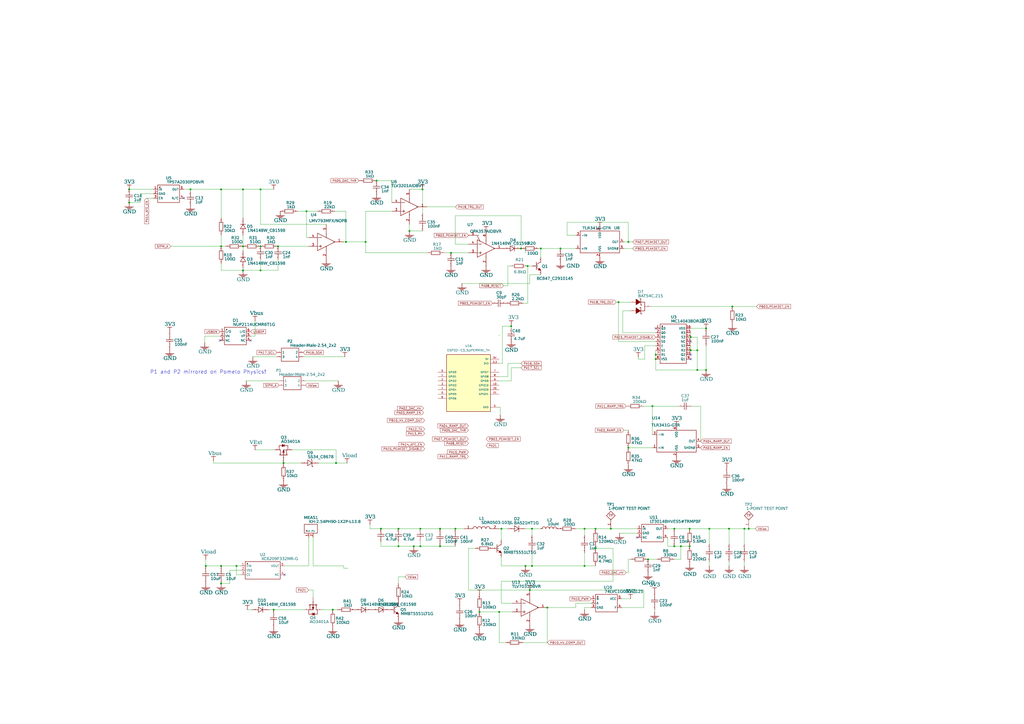
<source format=kicad_sch>
(kicad_sch (version 20250114) (generator "eeschema") (generator_version "9.0")
  (paper "A2")
  (title_block (title "bGeigieScint") (date "2025-12-07") (rev "1.3") (company "Safecast"))
  (lib_symbols
    (symbol "0603CG300J500NT"
      (property "Reference" "C9" (at -1.6256 6.8453 0))
      (property "Value" "30pF" (at -1.905 4.4831 0))
      (symbol "0603CG300J500NT_0_0"
        (pin input line (at -3.81 0 0) (length 2.54) (name "1") (number "1"))
        (pin input line (at 3.81 0 180) (length 2.54) (name "2") (number "2"))
      )
    )
    (symbol "0603WAF1000T5E"
      (property "Reference" "R20" (at -1.651 5.7531 0))
      (property "Value" "100Ω" (at -1.905 3.4671 0))
      (symbol "0603WAF1000T5E_0_0"
        (pin input line (at -5.08 0 0) (length 2.54) (name "1") (number "1"))
        (pin input line (at 5.08 0 180) (length 2.54) (name "2") (number "2"))
      )
    )
    (symbol "0603WAF1000T5E_1"
      (property "Reference" "R28" (at -2.159 5.7023 0))
      (property "Value" "100Ω" (at -2.159 3.4671 0))
      (symbol "0603WAF1000T5E_1_0_0"
        (pin input line (at -5.08 0 0) (length 2.54) (name "2") (number "2"))
        (pin input line (at 5.08 0 180) (length 2.54) (name "1") (number "1"))
      )
    )
    (symbol "0603WAF1000T5E_2"
      (property "Reference" "R32" (at -1.651 5.7531 0))
      (property "Value" "100Ω" (at -1.905 3.4671 0))
      (symbol "0603WAF1000T5E_2_0_0"
        (pin input line (at -5.08 0 0) (length 2.54) (name "1") (number "1"))
        (pin input line (at 5.08 0 180) (length 2.54) (name "2") (number "2"))
      )
    )
    (symbol "0603WAF1000T5E_4"
      (property "Reference" "R18" (at 1.524 0.8509 0))
      (property "Value" "100Ω" (at 1.524 -1.3843 0))
      (symbol "0603WAF1000T5E_4_0_0"
        (pin input line (at 0 5.08 270) (length 2.54) (name "2") (number "2"))
        (pin input line (at 0 -5.08 90) (length 2.54) (name "1") (number "1"))
      )
    )
    (symbol "0603WAF1001T5E"
      (property "Reference" "R17" (at -1.4986 5.7531 0))
      (property "Value" "1kΩ" (at -1.4986 3.4671 0))
      (symbol "0603WAF1001T5E_0_0"
        (pin input line (at -5.08 0 0) (length 2.54) (name "1") (number "1"))
        (pin input line (at 5.08 0 180) (length 2.54) (name "2") (number "2"))
      )
    )
    (symbol "0603WAF1001T5E_1"
      (property "Reference" "R9" (at -1.4986 5.7531 0))
      (property "Value" "1kΩ" (at -1.4986 3.4671 0))
      (symbol "0603WAF1001T5E_1_0_0"
        (pin input line (at -5.08 0 0) (length 2.54) (name "1") (number "1"))
        (pin input line (at 5.08 0 180) (length 2.54) (name "2") (number "2"))
      )
    )
    (symbol "0603WAF1001T5E_2"
      (property "Reference" "R29" (at -1.4986 5.7531 0))
      (property "Value" "1kΩ" (at -1.4986 3.4671 0))
      (symbol "0603WAF1001T5E_2_0_0"
        (pin input line (at -5.08 0 0) (length 2.54) (name "1") (number "1"))
        (pin input line (at 5.08 0 180) (length 2.54) (name "2") (number "2"))
      )
    )
    (symbol "0603WAF1001T5E_3"
      (property "Reference" "R30" (at -1.4986 5.7531 0))
      (property "Value" "1kΩ" (at -1.4986 3.4671 0))
      (symbol "0603WAF1001T5E_3_0_0"
        (pin input line (at -5.08 0 0) (length 2.54) (name "1") (number "1"))
        (pin input line (at 5.08 0 180) (length 2.54) (name "2") (number "2"))
      )
    )
    (symbol "0603WAF1001T5E_4"
      (property "Reference" "R33" (at -1.4986 5.7531 0))
      (property "Value" "1kΩ" (at -1.4986 3.4671 0))
      (symbol "0603WAF1001T5E_4_0_0"
        (pin input line (at -5.08 0 0) (length 2.54) (name "1") (number "1"))
        (pin input line (at 5.08 0 180) (length 2.54) (name "2") (number "2"))
      )
    )
    (symbol "0603WAF1001T5E_7"
      (property "Reference" "R41" (at -1.4986 5.7531 0))
      (property "Value" "1kΩ" (at -1.4986 3.4671 0))
      (symbol "0603WAF1001T5E_7_0_0"
        (pin input line (at -5.08 0 0) (length 2.54) (name "1") (number "1"))
        (pin input line (at 5.08 0 180) (length 2.54) (name "2") (number "2"))
      )
    )
    (symbol "0603WAF1002T5E"
      (property "Reference" "R23" (at 1.7018 0.8763 0))
      (property "Value" "10kΩ" (at 1.524 -1.4351 0))
      (symbol "0603WAF1002T5E_0_0"
        (pin input line (at 0 5.08 270) (length 2.54) (name "1") (number "1"))
        (pin input line (at 0 -5.08 90) (length 2.54) (name "2") (number "2"))
      )
    )
    (symbol "0603WAF1002T5E_1"
      (property "Reference" "R37" (at 1.524 0.8509 0))
      (property "Value" "10kΩ" (at 1.524 -1.3843 0))
      (symbol "0603WAF1002T5E_1_0_0"
        (pin input line (at 0 5.08 270) (length 2.54) (name "1") (number "1"))
        (pin input line (at 0 -5.08 90) (length 2.54) (name "2") (number "2"))
      )
    )
    (symbol "0603WAF1002T5E_2"
      (property "Reference" "R24" (at 1.524 0.8509 0))
      (property "Value" "10kΩ" (at 1.524 -1.3843 0))
      (symbol "0603WAF1002T5E_2_0_0"
        (pin input line (at 0 5.08 270) (length 2.54) (name "1") (number "1"))
        (pin input line (at 0 -5.08 90) (length 2.54) (name "2") (number "2"))
      )
    )
    (symbol "0603WAF1003T5E"
      (property "Reference" "R13" (at 1.7018 0.8763 0))
      (property "Value" "100kΩ" (at 1.524 -1.4351 0))
      (symbol "0603WAF1003T5E_0_0"
        (pin input line (at 0 5.08 270) (length 2.54) (name "2") (number "2"))
        (pin input line (at 0 -5.08 90) (length 2.54) (name "1") (number "1"))
      )
    )
    (symbol "0603WAF1003T5E_2"
      (property "Reference" "R42" (at 1.7018 0.8763 0))
      (property "Value" "100kΩ" (at 1.524 -1.4351 0))
      (symbol "0603WAF1003T5E_2_0_0"
        (pin input line (at 0 5.08 270) (length 2.54) (name "2") (number "2"))
        (pin input line (at 0 -5.08 90) (length 2.54) (name "1") (number "1"))
      )
    )
    (symbol "0603WAF2003T5E"
      (property "Reference" "R34" (at -1.4986 5.7531 0))
      (property "Value" "200kΩ" (at -1.4986 3.4671 0))
      (symbol "0603WAF2003T5E_0_0"
        (pin input line (at -5.08 0 0) (length 2.54) (name "1") (number "1"))
        (pin input line (at 5.08 0 180) (length 2.54) (name "2") (number "2"))
      )
    )
    (symbol "0603WAF2201T5E"
      (property "Reference" "R26" (at -1.651 5.7531 0))
      (property "Value" "2.2kΩ" (at -1.905 3.4671 0))
      (symbol "0603WAF2201T5E_0_0"
        (pin input line (at -5.08 0 0) (length 2.54) (name "1") (number "1"))
        (pin input line (at 5.08 0 180) (length 2.54) (name "2") (number "2"))
      )
    )
    (symbol "0603WAF2202T5E"
      (property "Reference" "R19" (at -1.4986 5.7531 0))
      (property "Value" "22kΩ" (at -1.4986 3.4671 0))
      (symbol "0603WAF2202T5E_0_0"
        (pin input line (at -5.08 0 0) (length 2.54) (name "1") (number "1"))
        (pin input line (at 5.08 0 180) (length 2.54) (name "2") (number "2"))
      )
    )
    (symbol "0603WAF2203T5E"
      (property "Reference" "R5" (at 1.524 0.8763 0))
      (property "Value" "220kΩ" (at 1.524 -1.4097 0))
      (symbol "0603WAF2203T5E_0_0"
        (pin input line (at 0 5.08 270) (length 2.54) (name "2") (number "2"))
        (pin input line (at 0 -5.08 90) (length 2.54) (name "1") (number "1"))
      )
    )
    (symbol "0603WAF3002T5E"
      (property "Reference" "R22" (at 1.524 0.8763 0))
      (property "Value" "30kΩ" (at 1.524 -1.4097 0))
      (symbol "0603WAF3002T5E_0_0"
        (pin input line (at 0 5.08 270) (length 2.54) (name "2") (number "2"))
        (pin input line (at 0 -5.08 90) (length 2.54) (name "1") (number "1"))
      )
    )
    (symbol "0603WAF3303T5E"
      (property "Reference" "R11" (at -2.0828 5.7531 0))
      (property "Value" "330kΩ" (at -2.0828 3.4671 0))
      (symbol "0603WAF3303T5E_0_0"
        (pin input line (at -5.08 0 0) (length 2.54) (name "2") (number "2"))
        (pin input line (at 5.08 0 180) (length 2.54) (name "1") (number "1"))
      )
    )
    (symbol "0603WAF3303T5E_1"
      (property "Reference" "R12" (at 1.524 0.8763 0))
      (property "Value" "330kΩ" (at 1.524 -1.4097 0))
      (symbol "0603WAF3303T5E_1_0_0"
        (pin input line (at 0 5.08 270) (length 2.54) (name "2") (number "2"))
        (pin input line (at 0 -5.08 90) (length 2.54) (name "1") (number "1"))
      )
    )
    (symbol "0603WAF3303T5E_2"
      (property "Reference" "R8" (at -1.4986 5.7023 0))
      (property "Value" "330kΩ" (at -1.4986 3.4671 0))
      (symbol "0603WAF3303T5E_2_0_0"
        (pin input line (at -5.08 0 0) (length 2.54) (name "1") (number "1"))
        (pin input line (at 5.08 0 180) (length 2.54) (name "2") (number "2"))
      )
    )
    (symbol "0603WAF4702T5E_1"
      (property "Reference" "R35" (at 1.778 0.9271 0))
      (property "Value" "47kΩ" (at 1.524 -1.3589 0))
      (symbol "0603WAF4702T5E_1_0_0"
        (pin input line (at 0 5.08 270) (length 2.54) (name "2") (number "2"))
        (pin input line (at 0 -5.08 90) (length 2.54) (name "1") (number "1"))
      )
    )
    (symbol "0603WAF4702T5E_2"
      (property "Reference" "R36" (at 1.778 0.9271 0))
      (property "Value" "47kΩ" (at 1.524 -1.3589 0))
      (symbol "0603WAF4702T5E_2_0_0"
        (pin input line (at 0 5.08 270) (length 2.54) (name "2") (number "2"))
        (pin input line (at 0 -5.08 90) (length 2.54) (name "1") (number "1"))
      )
    )
    (symbol "0603WAF4704T5E"
      (property "Reference" "R25" (at 1.7018 0.8763 0))
      (property "Value" "4.7MΩ" (at 1.524 -1.4351 0))
      (symbol "0603WAF4704T5E_0_0"
        (pin input line (at 0 5.08 270) (length 2.54) (name "2") (number "2"))
        (pin input line (at 0 -5.08 90) (length 2.54) (name "1") (number "1"))
      )
    )
    (symbol "0603WAF4704T5E_1"
      (property "Reference" "R14" (at 1.7018 0.8763 0))
      (property "Value" "120MΩ" (at 1.524 -1.4351 0))
      (symbol "0603WAF4704T5E_1_0_0"
        (pin input line (at 0 5.08 270) (length 2.54) (name "2") (number "2"))
        (pin input line (at 0 -5.08 90) (length 2.54) (name "1") (number "1"))
      )
    )
    (symbol "0603WAF5100T5E"
      (property "Reference" "R31" (at -1.4986 5.7531 0))
      (property "Value" "510Ω" (at -1.4986 3.4671 0))
      (symbol "0603WAF5100T5E_0_0"
        (pin input line (at -5.08 0 0) (length 2.54) (name "1") (number "1"))
        (pin input line (at 5.08 0 180) (length 2.54) (name "2") (number "2"))
      )
    )
    (symbol "0603WAF5604T5E"
      (property "Reference" "R15" (at 1.778 0.9271 0))
      (property "Value" "5.6MΩ" (at 1.524 -1.3589 0))
      (symbol "0603WAF5604T5E_0_0"
        (pin input line (at 0 5.08 270) (length 2.54) (name "2") (number "2"))
        (pin input line (at 0 -5.08 90) (length 2.54) (name "1") (number "1"))
      )
    )
    (symbol "0603WAF6801T5E"
      (property "Reference" "R21" (at -1.6256 5.8293 0))
      (property "Value" "6.8kΩ" (at -1.905 3.4671 0))
      (symbol "0603WAF6801T5E_0_0"
        (pin input line (at -5.08 0 0) (length 2.54) (name "1") (number "1"))
        (pin input line (at 5.08 0 180) (length 2.54) (name "2") (number "2"))
      )
    )
    (symbol "0603WAF6801T5E_1"
      (property "Reference" "R27" (at -1.651 5.7531 0))
      (property "Value" "6.8kΩ" (at -1.905 3.4671 0))
      (symbol "0603WAF6801T5E_1_0_0"
        (pin input line (at -5.08 0 0) (length 2.54) (name "1") (number "1"))
        (pin input line (at 5.08 0 180) (length 2.54) (name "2") (number "2"))
      )
    )
    (symbol "08051C105KAT2A"
      (property "Reference" "C28" (at 2.7178 0.8763 0))
      (property "Value" "1uF" (at 2.54 -1.4351 0))
      (symbol "08051C105KAT2A_0_0"
        (pin unspecified line (at 0 5.08 270) (length 2.54) (name "2") (number "2"))
        (pin unspecified line (at 0 -5.08 90) (length 2.54) (name "1") (number "1"))
      )
    )
    (symbol "08051C105KAT2A_1"
      (property "Reference" "C25" (at 2.7178 0.8763 0))
      (property "Value" "1uF" (at 2.54 -1.4351 0))
      (symbol "08051C105KAT2A_1_0_0"
        (pin unspecified line (at 0 5.08 270) (length 2.54) (name "2") (number "2"))
        (pin unspecified line (at 0 -5.08 90) (length 2.54) (name "1") (number "1"))
      )
    )
    (symbol "08051C105KAT2A_2"
      (property "Reference" "C31" (at 2.7178 0.8763 0))
      (property "Value" "1uF" (at 2.54 -1.4351 0))
      (symbol "08051C105KAT2A_2_0_0"
        (pin unspecified line (at 0 5.08 270) (length 2.54) (name "2") (number "2"))
        (pin unspecified line (at 0 -5.08 90) (length 2.54) (name "1") (number "1"))
      )
    )
    (symbol "1-POINT TEST POINT"
      (property "Reference" "TP1" (at -2.286 11.0871 0))
      (property "Value" "1-POINT TEST POINT" (at -2.794 8.8011 0))
      (symbol "1-POINT TEST POINT_0_0"
        (text "TP" (at -1.3208 4.7688 0) (effects (font (size 1.5684 1.5684)) (justify left top)))
        (pin unspecified line (at 0 -3.81 90) (length 5.08) (name "1") (number "1"))
      )
    )
    (symbol "1-POINT TEST POINT_1"
      (property "Reference" "TP2" (at -2.286 11.0871 0))
      (property "Value" "1-POINT TEST POINT" (at -2.794 8.8011 0))
      (symbol "1-POINT TEST POINT_1_0_0"
        (text "TP" (at -1.3208 4.7688 0) (effects (font (size 1.5684 1.5684)) (justify left top)))
        (pin unspecified line (at 0 -3.81 90) (length 5.08) (name "1") (number "1"))
      )
    )
    (symbol "12062C103KAT2A"
      (property "Reference" "C8" (at 2.7178 0.8763 0))
      (property "Value" "10nF" (at 2.54 -1.4351 0))
      (symbol "12062C103KAT2A_0_0"
        (pin unspecified line (at 0 5.08 270) (length 2.54) (name "2") (number "2"))
        (pin unspecified line (at 0 -5.08 90) (length 2.54) (name "1") (number "1"))
      )
    )
    (symbol "1206B475K500NT_2"
      (property "Reference" "C39" (at 2.54 0.8763 0))
      (property "Value" "4.7uF" (at 2.54 -1.4097 0))
      (symbol "1206B475K500NT_2_0_0"
        (pin input line (at 0 3.81 270) (length 2.54) (name "2") (number "2"))
        (pin input line (at 0 -3.81 90) (length 2.54) (name "1") (number "1"))
      )
    )
    (symbol "1206B475K500NT_3"
      (property "Reference" "C38" (at 2.54 0.8763 0))
      (property "Value" "4.7uF" (at 2.54 -1.4097 0))
      (symbol "1206B475K500NT_3_0_0"
        (pin input line (at 0 3.81 270) (length 2.54) (name "2") (number "2"))
        (pin input line (at 0 -3.81 90) (length 2.54) (name "1") (number "1"))
      )
    )
    (symbol "1N4148W_C81598"
      (property "Reference" "D4" (at -1.4986 6.2865 0))
      (property "Value" "1N4148W_C81598" (at -1.4986 3.9751 0))
      (symbol "1N4148W_C81598_0_0"
        (pin unspecified line (at -5.08 0 0) (length 3.81) (name "A") (number "2"))
        (pin unspecified line (at 5.08 0 180) (length 3.81) (name "K") (number "1"))
      )
    )
    (symbol "1N4148W_C81598_1"
      (property "Reference" "D3" (at 2.286 0.9271 0))
      (property "Value" "1N4148W_C81598" (at 2.032 -1.3589 0))
      (symbol "1N4148W_C81598_1_0_0"
        (pin unspecified line (at 0 5.08 270) (length 3.81) (name "K") (number "1"))
        (pin unspecified line (at 0 -5.08 90) (length 3.81) (name "A") (number "2"))
      )
    )
    (symbol "1N4148W_C81598_2"
      (property "Reference" "D5" (at 2.286 0.9271 0))
      (property "Value" "1N4148W_C81598" (at 2.032 -1.3589 0))
      (symbol "1N4148W_C81598_2_0_0"
        (pin unspecified line (at 0 5.08 270) (length 3.81) (name "K") (number "1"))
        (pin unspecified line (at 0 -5.08 90) (length 3.81) (name "A") (number "2"))
      )
    )
    (symbol "1N4148W_C81598_3"
      (property "Reference" "D6" (at -1.6764 6.2611 0))
      (property "Value" "1N4148W_C81598" (at -2.032 3.9751 0))
      (symbol "1N4148W_C81598_3_0_0"
        (pin unspecified line (at -5.08 0 0) (length 3.81) (name "A") (number "2"))
        (pin unspecified line (at 5.08 0 180) (length 3.81) (name "K") (number "1"))
      )
    )
    (symbol "1N4148W_C81598_4"
      (property "Reference" "D8" (at -1.6764 6.2611 0))
      (property "Value" "1N4148W_C81598" (at -2.032 3.9751 0))
      (symbol "1N4148W_C81598_4_0_0"
        (pin unspecified line (at -5.08 0 0) (length 3.81) (name "A") (number "2"))
        (pin unspecified line (at 5.08 0 180) (length 3.81) (name "K") (number "1"))
      )
    )
    (symbol "1N4148W_C81598_5"
      (property "Reference" "D10" (at -1.6764 6.2611 0))
      (property "Value" "1N4148W_C81598" (at -2.032 3.9751 0))
      (symbol "1N4148W_C81598_5_0_0"
        (pin unspecified line (at -5.08 0 0) (length 3.81) (name "A") (number "2"))
        (pin unspecified line (at 5.08 0 180) (length 3.81) (name "K") (number "1"))
      )
    )
    (symbol "3V0" (power) (pin_numbers (hide yes)) (pin_names (hide yes))
      (property "Value" "3V0" (at 0 -3.81 0))
      (symbol "3V0_0_0"
        (pin power_in line (at 0 0 270) (length 0) (name "3V0") (number "1"))
      )
    )
    (symbol "3V3" (power) (pin_numbers (hide yes)) (pin_names (hide yes))
      (property "Value" "3V3" (at 0 -3.81 0))
      (symbol "3V3_0_0"
        (pin power_in line (at 0 0 270) (length 0) (name "3V3") (number "1"))
      )
    )
    (symbol "74LVC1G08GV,125"
      (property "Reference" "U10" (at -1.4986 9.9441 0))
      (property "Value" "74LVC1G08GV,125" (at -1.4986 7.6581 0))
      (symbol "74LVC1G08GV,125_0_0"
        (pin unspecified line (at -8.89 2.54 0) (length 2.54) (name "B") (number "1"))
        (pin unspecified line (at -8.89 0 0) (length 2.54) (name "A") (number "2"))
        (pin unspecified line (at -8.89 -2.54 0) (length 2.54) (name "GND") (number "3"))
        (pin unspecified line (at 8.89 2.54 180) (length 2.54) (name "VCC") (number "5"))
        (pin unspecified line (at 8.89 -2.54 180) (length 2.54) (name "Y") (number "4"))
      )
    )
    (symbol "AO3401A"
      (property "Reference" "Q3" (at -1.5748 10.5791 0))
      (property "Value" "AO3401A" (at -1.5748 8.2931 0))
      (symbol "AO3401A_0_0"
        (pin unspecified line (at -5.08 2.54 0) (length 2.54) (name "D") (number "3"))
        (pin unspecified line (at 0 -5.08 90) (length 2.54) (name "G") (number "1"))
        (pin unspecified line (at 5.08 2.54 180) (length 2.54) (name "S") (number "2"))
      )
    )
    (symbol "AO3401A_1"
      (property "Reference" "Q4" (at -1.778 -6.3373 0))
      (property "Value" "AO3401A" (at -2.1082 -8.6233 0))
      (symbol "AO3401A_1_0_0"
        (pin unspecified line (at -5.08 -2.54 0) (length 2.54) (name "S") (number "2"))
        (pin unspecified line (at 0 5.08 270) (length 2.54) (name "G") (number "1"))
        (pin unspecified line (at 5.08 -2.54 180) (length 2.54) (name "D") (number "3"))
      )
    )
    (symbol "BAS21HT1G"
      (property "Reference" "D2" (at -1.524 6.5405 0))
      (property "Value" "BAS21HT1G" (at -1.7018 4.2291 0))
      (symbol "BAS21HT1G_0_0"
        (pin unspecified line (at -5.08 0 0) (length 3.81) (name "A") (number "2"))
        (pin unspecified line (at 5.08 0 180) (length 3.81) (name "C") (number "1"))
      )
    )
    (symbol "BAT54C,215"
      (property "Reference" "D7" (at -1.524 9.3345 0))
      (property "Value" "BAT54C,215" (at -1.7018 7.0231 0))
      (symbol "BAT54C,215_0_0"
        (pin unspecified line (at -6.35 2.54 0) (length 3.81) (name "A") (number "1"))
        (pin unspecified line (at -6.35 -2.54 0) (length 3.81) (name "A") (number "2"))
        (pin unspecified line (at 6.35 0 180) (length 3.81) (name "K") (number "3"))
      )
    )
    (symbol "BC847_C2910145"
      (property "Reference" "Q1" (at 1.27 0.9271 0))
      (property "Value" "BC847_C2910145" (at 1.016 -1.3589 0))
      (symbol "BC847_C2910145_0_0"
        (pin input line (at -5.08 0 0) (length 2.54) (name "B") (number "1"))
        (pin input line (at 0 5.08 270) (length 2.54) (name "C") (number "3"))
        (pin input line (at 0 -5.08 90) (length 2.54) (name "E") (number "2"))
      )
    )
    (symbol "CC0603KRX7R9BB104_10"
      (property "Reference" "C35" (at 2.7178 0.8763 0))
      (property "Value" "100nF" (at 2.54 -1.4351 0))
      (symbol "CC0603KRX7R9BB104_10_0_0"
        (pin unspecified line (at 0 5.08 270) (length 2.54) (name "2") (number "2"))
        (pin unspecified line (at 0 -5.08 90) (length 2.54) (name "1") (number "1"))
      )
    )
    (symbol "CC0603KRX7R9BB104_11"
      (property "Reference" "C36" (at 2.7178 0.8763 0))
      (property "Value" "100nF" (at 2.54 -1.4351 0))
      (symbol "CC0603KRX7R9BB104_11_0_0"
        (pin unspecified line (at 0 5.08 270) (length 2.54) (name "2") (number "2"))
        (pin unspecified line (at 0 -5.08 90) (length 2.54) (name "1") (number "1"))
      )
    )
    (symbol "CC0603KRX7R9BB104_16"
      (property "Reference" "C55" (at 2.7178 0.8763 0))
      (property "Value" "100nF" (at 2.54 -1.4351 0))
      (symbol "CC0603KRX7R9BB104_16_0_0"
        (pin unspecified line (at 0 5.08 270) (length 2.54) (name "2") (number "2"))
        (pin unspecified line (at 0 -5.08 90) (length 2.54) (name "1") (number "1"))
      )
    )
    (symbol "CC0603KRX7R9BB104_4"
      (property "Reference" "C27" (at 2.7178 0.8763 0))
      (property "Value" "100nF" (at 2.54 -1.4351 0))
      (symbol "CC0603KRX7R9BB104_4_0_0"
        (pin unspecified line (at 0 5.08 270) (length 2.54) (name "2") (number "2"))
        (pin unspecified line (at 0 -5.08 90) (length 2.54) (name "1") (number "1"))
      )
    )
    (symbol "CC0603KRX7R9BB104_5"
      (property "Reference" "C41" (at 2.7178 0.8763 0))
      (property "Value" "100nF" (at 2.54 -1.4351 0))
      (symbol "CC0603KRX7R9BB104_5_0_0"
        (pin unspecified line (at 0 5.08 270) (length 2.54) (name "2") (number "2"))
        (pin unspecified line (at 0 -5.08 90) (length 2.54) (name "1") (number "1"))
      )
    )
    (symbol "CC0603KRX7R9BB104_6"
      (property "Reference" "C40" (at 2.7178 0.8763 0))
      (property "Value" "100nF" (at 2.54 -1.4351 0))
      (symbol "CC0603KRX7R9BB104_6_0_0"
        (pin unspecified line (at 0 5.08 270) (length 2.54) (name "2") (number "2"))
        (pin unspecified line (at 0 -5.08 90) (length 2.54) (name "1") (number "1"))
      )
    )
    (symbol "CC0603KRX7R9BB104_7"
      (property "Reference" "C26" (at 2.7178 0.8763 0))
      (property "Value" "100nF" (at 2.54 -1.4351 0))
      (symbol "CC0603KRX7R9BB104_7_0_0"
        (pin unspecified line (at 0 5.08 270) (length 2.54) (name "2") (number "2"))
        (pin unspecified line (at 0 -5.08 90) (length 2.54) (name "1") (number "1"))
      )
    )
    (symbol "CC0603KRX7R9BB104_8"
      (property "Reference" "C23" (at 2.7178 0.8763 0))
      (property "Value" "100nF" (at 2.54 -1.4351 0))
      (symbol "CC0603KRX7R9BB104_8_0_0"
        (pin unspecified line (at 0 5.08 270) (length 2.54) (name "2") (number "2"))
        (pin unspecified line (at 0 -5.08 90) (length 2.54) (name "1") (number "1"))
      )
    )
    (symbol "CL10A105KB8NNNC"
      (property "Reference" "C33" (at 2.7178 0.8763 0))
      (property "Value" "1uF" (at 2.54 -1.4351 0))
      (symbol "CL10A105KB8NNNC_0_0"
        (pin input line (at 0 3.81 270) (length 2.54) (name "2") (number "2"))
        (pin input line (at 0 -3.81 90) (length 2.54) (name "1") (number "1"))
      )
    )
    (symbol "CL10A105KB8NNNC_1"
      (property "Reference" "C13" (at 2.794 0.9271 0))
      (property "Value" "1uF" (at 2.54 -1.3589 0))
      (symbol "CL10A105KB8NNNC_1_0_0"
        (pin input line (at 0 3.81 270) (length 2.54) (name "2") (number "2"))
        (pin input line (at 0 -3.81 90) (length 2.54) (name "1") (number "1"))
      )
    )
    (symbol "CL10A105KB8NNNC_2"
      (property "Reference" "C14" (at 2.794 0.9271 0))
      (property "Value" "1uF" (at 2.54 -1.3589 0))
      (symbol "CL10A105KB8NNNC_2_0_0"
        (pin input line (at 0 3.81 270) (length 2.54) (name "2") (number "2"))
        (pin input line (at 0 -3.81 90) (length 2.54) (name "1") (number "1"))
      )
    )
    (symbol "CL10A105KB8NNNC_3"
      (property "Reference" "C37" (at -2.286 6.7691 0))
      (property "Value" "1uF" (at -2.54 4.4831 0))
      (symbol "CL10A105KB8NNNC_3_0_0"
        (pin input line (at -3.81 0 0) (length 2.54) (name "2") (number "2"))
        (pin input line (at 3.81 0 180) (length 2.54) (name "1") (number "1"))
      )
    )
    (symbol "CL10A106KP8NNNC_2"
      (property "Reference" "C5" (at 2.7178 0.8763 0))
      (property "Value" "10uF" (at 2.54 -1.4351 0))
      (symbol "CL10A106KP8NNNC_2_0_0"
        (pin unspecified line (at 0 5.08 270) (length 2.54) (name "2") (number "2"))
        (pin unspecified line (at 0 -5.08 90) (length 2.54) (name "1") (number "1"))
      )
    )
    (symbol "CL10A106KP8NNNC_3"
      (property "Reference" "C57" (at 2.7178 0.8763 0))
      (property "Value" "10uF" (at 2.54 -1.4351 0))
      (symbol "CL10A106KP8NNNC_3_0_0"
        (pin unspecified line (at 0 5.08 270) (length 2.54) (name "2") (number "2"))
        (pin unspecified line (at 0 -5.08 90) (length 2.54) (name "1") (number "1"))
      )
    )
    (symbol "CL10A106KP8NNNC_4"
      (property "Reference" "C58" (at 2.7178 0.8763 0))
      (property "Value" "10uF" (at 2.54 -1.4351 0))
      (symbol "CL10A106KP8NNNC_4_0_0"
        (pin unspecified line (at 0 5.08 270) (length 2.54) (name "2") (number "2"))
        (pin unspecified line (at 0 -5.08 90) (length 2.54) (name "1") (number "1"))
      )
    )
    (symbol "CL10A475KO8NNNC_2"
      (property "Reference" "C48" (at 2.794 0.9271 0))
      (property "Value" "4.7uF" (at 2.54 -1.3589 0))
      (symbol "CL10A475KO8NNNC_2_0_0"
        (pin input line (at 0 3.81 270) (length 2.54) (name "2") (number "2"))
        (pin input line (at 0 -3.81 90) (length 2.54) (name "1") (number "1"))
      )
    )
    (symbol "CL10B102KB8NNNC"
      (property "Reference" "C16" (at 2.54 0.8763 0))
      (property "Value" "1nF" (at 2.54 -1.4097 0))
      (symbol "CL10B102KB8NNNC_0_0"
        (pin input line (at 0 3.81 270) (length 2.54) (name "2") (number "2"))
        (pin input line (at 0 -3.81 90) (length 2.54) (name "1") (number "1"))
      )
    )
    (symbol "CL10B102KB8NNNC_1"
      (property "Reference" "C15" (at 2.54 0.8763 0))
      (property "Value" "1nF" (at 2.54 -1.4097 0))
      (symbol "CL10B102KB8NNNC_1_0_0"
        (pin input line (at 0 3.81 270) (length 2.54) (name "2") (number "2"))
        (pin input line (at 0 -3.81 90) (length 2.54) (name "1") (number "1"))
      )
    )
    (symbol "CL10B102KB8NNNC_2"
      (property "Reference" "C29" (at 2.54 0.8763 0))
      (property "Value" "1nF" (at 2.54 -1.4097 0))
      (symbol "CL10B102KB8NNNC_2_0_0"
        (pin input line (at 0 3.81 270) (length 2.54) (name "2") (number "2"))
        (pin input line (at 0 -3.81 90) (length 2.54) (name "1") (number "1"))
      )
    )
    (symbol "CL10B102KB8NNNC_3"
      (property "Reference" "C24" (at 2.54 0.8763 0))
      (property "Value" "1nF" (at 2.54 -1.4097 0))
      (symbol "CL10B102KB8NNNC_3_0_0"
        (pin input line (at 0 3.81 270) (length 2.54) (name "2") (number "2"))
        (pin input line (at 0 -3.81 90) (length 2.54) (name "1") (number "1"))
      )
    )
    (symbol "CL10B102KB8NNNC_4"
      (property "Reference" "C30" (at 2.54 0.8763 0))
      (property "Value" "1nF" (at 2.54 -1.4097 0))
      (symbol "CL10B102KB8NNNC_4_0_0"
        (pin input line (at 0 3.81 270) (length 2.54) (name "2") (number "2"))
        (pin input line (at 0 -3.81 90) (length 2.54) (name "1") (number "1"))
      )
    )
    (symbol "CL10B102KB8NNNC_5"
      (property "Reference" "C34" (at 2.54 0.8763 0))
      (property "Value" "1nF" (at 2.54 -1.4097 0))
      (symbol "CL10B102KB8NNNC_5_0_0"
        (pin input line (at 0 3.81 270) (length 2.54) (name "2") (number "2"))
        (pin input line (at 0 -3.81 90) (length 2.54) (name "1") (number "1"))
      )
    )
    (symbol "ESP32-C3_SUPERMINI_TH:ESP32-C3_SUPERMINI_TH" (pin_names (offset 1.016))
      (property "Reference" "U" (at -12.7 16.002 0))
      (property "Value" "ESP32-C3_SUPERMINI_TH" (at -12.7 -20.32 0))
      (symbol "ESP32-C3_SUPERMINI_TH_0_0"
        (pin bidirectional line (at -17.78 5.08 0) (length 5.08) (name "GPIO0") (number "0"))
        (pin bidirectional line (at -17.78 2.54 0) (length 5.08) (name "GPIO1") (number "1"))
        (pin bidirectional line (at -17.78 0 0) (length 5.08) (name "GPIO2") (number "2"))
        (pin bidirectional line (at -17.78 -2.54 0) (length 5.08) (name "GPIO3") (number "3"))
        (pin bidirectional line (at -17.78 -5.08 0) (length 5.08) (name "GPIO4") (number "4"))
        (pin bidirectional line (at -17.78 -7.62 0) (length 5.08) (name "GPIO5") (number "5"))
        (pin bidirectional line (at -17.78 -10.16 0) (length 5.08) (name "GPIO6") (number "6"))
        (pin power_in line (at 17.78 12.7 180) (length 5.08) (name "5V") (number "5V"))
        (pin power_in line (at 17.78 10.16 180) (length 5.08) (name "3V3") (number "3.3"))
        (pin bidirectional line (at 17.78 5.08 180) (length 5.08) (name "GPIO7") (number "7"))
        (pin bidirectional line (at 17.78 2.54 180) (length 5.08) (name "GPIO8") (number "8"))
        (pin bidirectional line (at 17.78 0 180) (length 5.08) (name "GPIO9") (number "9"))
        (pin bidirectional line (at 17.78 -2.54 180) (length 5.08) (name "GPIO10") (number "10"))
        (pin bidirectional line (at 17.78 -5.08 180) (length 5.08) (name "GPIO20") (number "20"))
        (pin bidirectional line (at 17.78 -7.62 180) (length 5.08) (name "GPIO21") (number "21"))
        (pin power_in line (at 17.78 -15.24 180) (length 5.08) (name "GND") (number "G"))
      )
    )
    (symbol "GND" (power) (pin_numbers (hide yes)) (pin_names (hide yes))
      (property "Value" "GND" (at 0 -6.35 0))
      (symbol "GND_0_0"
        (pin power_in line (at 0 0 270) (length 0) (name "GND") (number "1"))
      )
    )
    (symbol "GRM55DR72D105KW01L"
      (property "Reference" "C32" (at 2.7178 0.8763 0))
      (property "Value" "1uF" (at 2.54 -1.4351 0))
      (symbol "GRM55DR72D105KW01L_0_0"
        (pin unspecified line (at 0 5.08 270) (length 2.54) (name "2") (number "2"))
        (pin unspecified line (at 0 -5.08 90) (length 2.54) (name "1") (number "1"))
      )
    )
    (symbol "GRM55DR72D105KW01L_1"
      (property "Reference" "C1" (at 2.7178 0.8763 0))
      (property "Value" "1uF" (at 2.54 -1.4351 0))
      (symbol "GRM55DR72D105KW01L_1_0_0"
        (pin unspecified line (at 0 5.08 270) (length 2.54) (name "2") (number "2"))
        (pin unspecified line (at 0 -5.08 90) (length 2.54) (name "1") (number "1"))
      )
    )
    (symbol "Header-Male-2.54_2x2"
      (property "Reference" "P2" (at -1.524 9.8171 0))
      (property "Value" "Header-Male-2.54_2x2" (at -1.778 7.5311 0))
      (symbol "Header-Male-2.54_2x2_0_0"
        (pin input line (at -7.62 2.54 0) (length 2.54) (name "1") (number "1"))
        (pin input line (at -7.62 0 0) (length 2.54) (name "3") (number "3"))
        (pin input line (at 7.62 2.54 180) (length 2.54) (name "2") (number "2"))
        (pin input line (at 7.62 0 180) (length 2.54) (name "4") (number "4"))
      )
    )
    (symbol "Header-Male-2.54_2x2_1"
      (property "Reference" "P1" (at -9.3218 9.4615 0))
      (property "Value" "Header-Male-2.54_2x2" (at -9.5758 7.1755 0))
      (symbol "Header-Male-2.54_2x2_1_0_0"
        (pin input line (at -7.62 2.54 0) (length 2.54) (name "1") (number "1"))
        (pin input line (at -7.62 0 0) (length 2.54) (name "3") (number "3"))
        (pin input line (at 7.62 2.54 180) (length 2.54) (name "2") (number "2"))
        (pin input line (at 7.62 0 180) (length 2.54) (name "4") (number "4"))
      )
    )
    (symbol "KH-2.54PH90-1X2P-L13.8"
      (property "Reference" "MEAS1" (at -4.0132 7.2771 0))
      (property "Value" "KH-2.54PH90-1X2P-L13.8" (at -4.0132 4.9911 0))
      (symbol "KH-2.54PH90-1X2P-L13.8_0_0"
        (pin unspecified line (at -1.27 -5.08 90) (length 2.54) (name "1") (number "1"))
        (pin unspecified line (at 1.27 -5.08 90) (length 2.54) (name "2") (number "2"))
      )
    )
    (symbol "LMV793MFX/NOPB"
      (property "Reference" "U4" (at -10.4648 15.4305 0))
      (property "Value" "LMV793MFX/NOPB" (at -10.668 13.1191 0))
      (symbol "LMV793MFX/NOPB_0_0"
        (pin unspecified line (at -10.16 2.54 0) (length 5.08) (name "-IN") (number "4"))
        (pin unspecified line (at -10.16 -2.54 0) (length 5.08) (name "+IN") (number "3"))
        (pin passive line (at 0 10.16 270) (length 5.08) (name "V+") (number "5"))
        (pin passive line (at 0 -10.16 90) (length 5.08) (name "V-") (number "2"))
        (pin output line (at 10.16 0 180) (length 5.08) (name "OUTPUT") (number "1"))
      )
    )
    (symbol "LT3014BHVES5#TRMPBF"
      (property "Reference" "U11" (at -1.6256 9.9695 0))
      (property "Value" "LT3014BHVES5#TRMPBF" (at -1.905 7.6073 0))
      (symbol "LT3014BHVES5#TRMPBF_0_0"
        (pin unspecified line (at -8.89 2.54 0) (length 2.54) (name "IN") (number "1"))
        (pin unspecified line (at -8.89 0 0) (length 2.54) (name "GND") (number "2"))
        (pin unspecified line (at -8.89 -2.54 0) (length 2.54) (name "NC") (number "3"))
        (pin unspecified line (at 8.89 2.54 180) (length 2.54) (name "OUT") (number "5"))
        (pin unspecified line (at 8.89 -2.54 180) (length 2.54) (name "ADJ") (number "4"))
      )
    )
    (symbol "MC14043BDR2G"
      (property "Reference" "U3" (at -1.2954 15.0495 0))
      (property "Value" "MC14043BDR2G" (at -1.6002 12.6873 0))
      (symbol "MC14043BDR2G_0_0"
        (pin unspecified line (at -10.16 7.62 0) (length 2.54) (name "Q3") (number "1"))
        (pin unspecified line (at -10.16 5.08 0) (length 2.54) (name "Q0") (number "2"))
        (pin unspecified line (at -10.16 2.54 0) (length 2.54) (name "R0") (number "3"))
        (pin unspecified line (at -10.16 0 0) (length 2.54) (name "S0") (number "4"))
        (pin unspecified line (at -10.16 -2.54 0) (length 2.54) (name "E") (number "5"))
        (pin unspecified line (at -10.16 -5.08 0) (length 2.54) (name "S1") (number "6"))
        (pin unspecified line (at -10.16 -7.62 0) (length 2.54) (name "R1") (number "7"))
        (pin unspecified line (at -10.16 -10.16 0) (length 2.54) (name "VSS") (number "8"))
        (pin unspecified line (at 10.16 7.62 180) (length 2.54) (name "VDD") (number "16"))
        (pin unspecified line (at 10.16 5.08 180) (length 2.54) (name "R3") (number "15"))
        (pin unspecified line (at 10.16 2.54 180) (length 2.54) (name "S3") (number "14"))
        (pin unspecified line (at 10.16 0 180) (length 2.54) (name "NC") (number "13"))
        (pin unspecified line (at 10.16 -2.54 180) (length 2.54) (name "S2") (number "12"))
        (pin unspecified line (at 10.16 -5.08 180) (length 2.54) (name "R2") (number "11"))
        (pin unspecified line (at 10.16 -7.62 180) (length 2.54) (name "Q2") (number "10"))
        (pin unspecified line (at 10.16 -10.16 180) (length 2.54) (name "Q1") (number "9"))
      )
    )
    (symbol "MMBT5551LT1G"
      (property "Reference" "Q2" (at 3.7338 0.8763 0))
      (property "Value" "MMBT5551LT1G" (at 3.556 -1.4351 0))
      (symbol "MMBT5551LT1G_0_0"
        (pin unspecified line (at -2.54 0 0) (length 2.54) (name "B") (number "1"))
        (pin unspecified line (at 2.54 5.08 270) (length 2.54) (name "C") (number "3"))
        (pin unspecified line (at 2.54 -5.08 90) (length 2.54) (name "E") (number "2"))
      )
    )
    (symbol "MMBT5551LT1G_1"
      (property "Reference" "Q5" (at 3.7338 0.8763 0))
      (property "Value" "MMBT5551LT1G" (at 3.556 -1.4351 0))
      (symbol "MMBT5551LT1G_1_0_0"
        (pin unspecified line (at -2.54 0 0) (length 2.54) (name "B") (number "1"))
        (pin unspecified line (at 2.54 5.08 270) (length 2.54) (name "C") (number "3"))
        (pin unspecified line (at 2.54 -5.08 90) (length 2.54) (name "E") (number "2"))
      )
    )
    (symbol "NUP2114UCMR6T1G"
      (property "Reference" "D1" (at -1.524 9.9187 0))
      (property "Value" "NUP2114UCMR6T1G" (at -1.7018 7.5819 0))
      (symbol "NUP2114UCMR6T1G_0_0"
        (pin unspecified line (at -8.89 2.54 0) (length 2.54) (name "I/O") (number "1"))
        (pin unspecified line (at -8.89 0 0) (length 2.54) (name "VN") (number "2"))
        (pin unspecified line (at -8.89 -2.54 0) (length 2.54) (name "NC") (number "3"))
        (pin unspecified line (at 8.89 2.54 180) (length 2.54) (name "I/O") (number "6"))
        (pin unspecified line (at 8.89 0 180) (length 2.54) (name "VP") (number "5"))
        (pin unspecified line (at 8.89 -2.54 180) (length 2.54) (name "NC") (number "4"))
      )
    )
    (symbol "OPA357AIDBVR"
      (property "Reference" "U7" (at -10.668 15.4051 0))
      (property "Value" "OPA357AIDBVR" (at -10.668 13.1191 0))
      (symbol "OPA357AIDBVR_0_0"
        (pin unspecified line (at -10.16 7.62 0) (length 5.08) (name "ENABLE") (number "5"))
        (pin unspecified line (at -10.16 2.54 0) (length 5.08) (name "IN-") (number "4"))
        (pin unspecified line (at -10.16 -2.54 0) (length 5.08) (name "IN+") (number "3"))
        (pin passive line (at 0 10.16 270) (length 5.08) (name "V+") (number "6"))
        (pin passive line (at 0 -10.16 90) (length 5.08) (name "V-") (number "2"))
        (pin unspecified line (at 10.16 0 180) (length 5.08) (name "OUT") (number "1"))
      )
    )
    (symbol "SDFL1608S100KTF"
      (property "Reference" "L2" (at -1.2954 5.8039 0))
      (property "Value" "10uH" (at -1.2954 3.5433 0))
      (symbol "SDFL1608S100KTF_0_0"
        (pin unspecified line (at -5.08 0 0) (length 0.762) (name "1") (number "1"))
        (pin unspecified line (at 5.08 0 180) (length 0.762) (name "2") (number "2"))
      )
    )
    (symbol "SDR0503-103JL"
      (property "Reference" "L1" (at -1.143 6.2357 0))
      (property "Value" "SDR0503-103JL" (at -1.397 3.9497 0))
      (symbol "SDR0503-103JL_0_0"
        (pin bidirectional line (at -9.906 -0.508 0) (length 4.9784) (name "1") (number "1"))
        (pin bidirectional line (at 10.414 -0.508 180) (length 4.9784) (name "2") (number "2"))
      )
    )
    (symbol "SS34_C8678"
      (property "Reference" "D9" (at -1.524 6.7945 0))
      (property "Value" "SS34_C8678" (at -1.7018 4.4831 0))
      (symbol "SS34_C8678_0_0"
        (pin unspecified line (at -5.08 0 0) (length 3.81) (name "A") (number "2"))
        (pin unspecified line (at 5.08 0 180) (length 3.81) (name "K") (number "1"))
      )
    )
    (symbol "TLR341G-GTR"
      (property "Reference" "U14" (at -14.1732 14.2113 0))
      (property "Value" "TLR341G-GTR" (at -14.478 11.8491 0))
      (symbol "TLR341G-GTR_0_0"
        (pin unspecified line (at -13.97 3.81 0) (length 2.54) (name "-IN") (number "3"))
        (pin unspecified line (at -13.97 -3.81 0) (length 2.54) (name "+IN") (number "1"))
        (pin unspecified line (at 0 8.89 270) (length 2.54) (name "VDD") (number "6"))
        (pin unspecified line (at 0 -8.89 90) (length 2.54) (name "VSS") (number "2"))
        (pin unspecified line (at 13.97 0 180) (length 2.54) (name "OUT") (number "4"))
        (pin unspecified line (at 13.97 -3.81 180) (length 2.54) (name "SHDN#") (number "5"))
      )
    )
    (symbol "TLR341G-GTR_1"
      (property "Reference" "U8" (at -14.1732 14.2113 0))
      (property "Value" "TLR341G-GTR" (at -14.478 11.8491 0))
      (symbol "TLR341G-GTR_1_0_0"
        (pin unspecified line (at -13.97 3.81 0) (length 2.54) (name "-IN") (number "3"))
        (pin unspecified line (at -13.97 -3.81 0) (length 2.54) (name "+IN") (number "1"))
        (pin unspecified line (at 0 8.89 270) (length 2.54) (name "VDD") (number "6"))
        (pin unspecified line (at 0 -8.89 90) (length 2.54) (name "VSS") (number "2"))
        (pin unspecified line (at 13.97 0 180) (length 2.54) (name "OUT") (number "4"))
        (pin unspecified line (at 13.97 -3.81 180) (length 2.54) (name "SHDN#") (number "5"))
      )
    )
    (symbol "TLV3201AIDBVT"
      (property "Reference" "U6" (at -10.4648 15.4305 0))
      (property "Value" "TLV3201AIDBVT" (at -10.668 13.1191 0))
      (symbol "TLV3201AIDBVT_0_0"
        (pin unspecified line (at -10.16 2.54 0) (length 5.08) (name "VIN-") (number "4"))
        (pin unspecified line (at -10.16 -2.54 0) (length 5.08) (name "VIN+") (number "3"))
        (pin passive line (at 0 10.16 270) (length 5.08) (name "VCC") (number "5"))
        (pin passive line (at 0 -10.16 90) (length 5.08) (name "GND") (number "2"))
        (pin unspecified line (at 10.16 0 180) (length 5.08) (name "OUT") (number "1"))
      )
    )
    (symbol "TLV7031DBVR"
      (property "Reference" "U13" (at -10.3632 15.4813 0))
      (property "Value" "TLV7031DBVR" (at -10.668 13.1191 0))
      (symbol "TLV7031DBVR_0_0"
        (pin unspecified line (at -10.16 2.54 0) (length 5.08) (name "IN-") (number "4"))
        (pin unspecified line (at -10.16 -2.54 0) (length 5.08) (name "IN+") (number "3"))
        (pin passive line (at 0 10.16 270) (length 5.08) (name "VCC") (number "5"))
        (pin passive line (at 0 -10.16 90) (length 5.08) (name "VEE") (number "2"))
        (pin output line (at 10.16 0 180) (length 5.08) (name "OUT") (number "1"))
      )
    )
    (symbol "TPS7A2030PDBVR"
      (property "Reference" "U5" (at -1.4986 9.9441 0))
      (property "Value" "TPS7A2030PDBVR" (at -1.4986 7.6581 0))
      (symbol "TPS7A2030PDBVR_0_0"
        (pin unspecified line (at -8.89 2.54 0) (length 2.54) (name "IN") (number "1"))
        (pin unspecified line (at -8.89 0 0) (length 2.54) (name "GND") (number "2"))
        (pin unspecified line (at -8.89 -2.54 0) (length 2.54) (name "EN") (number "3"))
        (pin unspecified line (at 8.89 2.54 180) (length 2.54) (name "OUT") (number "5"))
        (pin unspecified line (at 8.89 -2.54 180) (length 2.54) (name "N/C") (number "4"))
      )
    )
    (symbol "VExt" (power) (pin_numbers (hide yes)) (pin_names (hide yes))
      (property "Value" "VExt" (at 0 -3.81 0))
      (symbol "VExt_0_0"
        (pin power_in line (at 0 0 270) (length 0) (name "VExt") (number "1"))
      )
    )
    (symbol "Vbus" (power) (pin_numbers (hide yes)) (pin_names (hide yes))
      (property "Value" "Vbus" (at 0 -3.81 0))
      (symbol "Vbus_0_0"
        (pin power_in line (at 0 0 270) (length 0) (name "Vbus") (number "1"))
      )
    )
    (symbol "Vload" (power) (pin_numbers (hide yes)) (pin_names (hide yes))
      (property "Value" "Vload" (at 0 -3.81 0))
      (symbol "Vload_0_0"
        (pin power_in line (at 0 0 270) (length 0) (name "Vload") (number "1"))
      )
    )
    (symbol "XC6209F332MR-G"
      (property "Reference" "U2" (at -1.6256 9.9187 0))
      (property "Value" "XC6209F332MR-G" (at -1.9812 7.5819 0))
      (symbol "XC6209F332MR-G_0_0"
        (pin unspecified line (at -12.7 2.54 0) (length 2.54) (name "VIN") (number "1"))
        (pin unspecified line (at -12.7 0 0) (length 2.54) (name "VSS") (number "2"))
        (pin unspecified line (at -12.7 -2.54 0) (length 2.54) (name "CE") (number "3"))
        (pin unspecified line (at 12.7 2.54 180) (length 2.54) (name "VOUT") (number "5"))
        (pin unspecified line (at 12.7 -2.54 180) (length 2.54) (name "NC") (number "4"))
      )
    )
  )
  (text "P1 and P2 mirrored on Pomelo Physics!" (at 86.995 214.63 0) (effects (font (size 2.1717 2.1717)) (justify left top)))
  (junction (at 290.83 306.705))
  (junction (at 409.575 190.5))
  (junction (at 313.69 144.145))
  (junction (at 278.13 354.965))
  (junction (at 119.38 328.295))
  (junction (at 380.365 205.74))
  (junction (at 128.27 142.875))
  (junction (at 151.13 142.875))
  (junction (at 231.14 316.865))
  (junction (at 151.13 156.845))
  (junction (at 306.07 154.305))
  (junction (at 177.8 122.555))
  (junction (at 243.84 306.705))
  (junction (at 409.575 214.63))
  (junction (at 434.34 306.705))
  (junction (at 375.92 324.485))
  (junction (at 245.11 109.855))
  (junction (at 404.495 214.63))
  (junction (at 74.93 117.475))
  (junction (at 212.09 140.335))
  (junction (at 140.97 142.875))
  (junction (at 400.685 195.58))
  (junction (at 400.05 306.705))
  (junction (at 231.14 306.705))
  (junction (at 422.91 306.705))
  (junction (at 431.8 306.705))
  (junction (at 325.12 144.145))
  (junction (at 161.29 142.875))
  (junction (at 378.46 235.585))
  (junction (at 380.365 208.28))
  (junction (at 400.685 203.2))
  (junction (at 400.05 316.865))
  (junction (at 110.49 109.855))
  (junction (at 308.61 328.295))
  (junction (at 194.945 268.605))
  (junction (at 358.775 175.26))
  (junction (at 128.27 338.455))
  (junction (at 193.04 353.695))
  (junction (at 255.27 306.705))
  (junction (at 289.56 354.965))
  (junction (at 218.44 104.775))
  (junction (at 424.815 177.8))
  (junction (at 128.27 109.855))
  (junction (at 261.62 146.685))
  (junction (at 164.465 268.605))
  (junction (at 137.16 328.295))
  (junction (at 404.495 203.2))
  (junction (at 391.16 306.705))
  (junction (at 354.33 306.705))
  (junction (at 158.75 353.695))
  (junction (at 411.48 306.705))
  (junction (at 220.98 306.705))
  (junction (at 307.34 342.265))
  (junction (at 339.09 328.295))
  (junction (at 391.16 316.865))
  (junction (at 200.66 140.335))
  (junction (at 255.27 316.865))
  (junction (at 240.03 316.865))
  (junction (at 302.26 144.145))
  (junction (at 364.49 259.715))
  (junction (at 237.49 133.985))
  (junction (at 345.44 318.135))
  (junction (at 339.09 306.705))
  (junction (at 151.13 109.855))
  (junction (at 264.16 306.705))
  (junction (at 317.5 352.425))
  (junction (at 308.61 306.705))
  (junction (at 304.8 328.295))
  (junction (at 74.93 109.855))
  (junction (at 140.97 156.845))
  (junction (at 364.49 140.335))
  (junction (at 140.97 109.855))
  (junction (at 128.27 328.295))
  (junction (at 345.44 306.705))
  (junction (at 394.97 316.865))
  (junction (at 296.545 189.23))
  (junction (at 243.84 316.865))
  (no_connect (at 380.365 190.5))
  (no_connect (at 400.685 205.74))
  (no_connect (at 106.68 114.935))
  (no_connect (at 127.635 197.485))
  (no_connect (at 165.1 333.375))
  (no_connect (at 145.415 197.485))
  (no_connect (at 369.57 311.785))
  (no_connect (at 400.685 198.12))
  (no_connect (at 400.685 208.28))
  (wire (pts (xy 106.68 109.855) (xy 110.49 109.855)))
  (wire (pts (xy 304.8 328.295) (xy 290.83 328.295)))
  (wire (pts (xy 231.14 334.645) (xy 231.14 338.455)))
  (wire (pts (xy 308.61 306.705) (xy 308.61 310.515)))
  (wire (pts (xy 294.64 306.705) (xy 290.83 306.705)))
  (wire (pts (xy 294.64 154.305) (xy 295.91 154.305)))
  (wire (pts (xy 404.495 195.58) (xy 400.685 195.58)))
  (wire (pts (xy 361.315 193.04) (xy 380.365 193.04)))
  (wire (pts (xy 140.97 142.875) (xy 140.97 136.525)))
  (wire (pts (xy 431.8 328.295) (xy 431.8 325.755)))
  (wire (pts (xy 118.745 198.755) (xy 118.745 194.945)))
  (wire (pts (xy 424.815 177.8) (xy 438.785 177.8)))
  (wire (pts (xy 130.81 142.875) (xy 128.27 142.875)))
  (wire (pts (xy 140.97 109.855) (xy 140.97 126.365)))
  (wire (pts (xy 128.27 338.455) (xy 133.35 338.455)))
  (wire (pts (xy 186.69 353.695) (xy 193.04 353.695)))
  (wire (pts (xy 291.465 189.23) (xy 296.545 189.23)))
  (wire (pts (xy 411.48 328.295) (xy 411.48 325.755)))
  (wire (pts (xy 373.38 352.425) (xy 373.38 342.265)))
  (wire (pts (xy 199.39 329.565) (xy 199.39 328.295)))
  (wire (pts (xy 303.53 372.745) (xy 317.5 372.745)))
  (wire (pts (xy 245.11 109.855) (xy 245.11 123.825)))
  (wire (pts (xy 151.13 156.845) (xy 161.29 156.845)))
  (wire (pts (xy 404.495 214.63) (xy 404.495 203.2)))
  (wire (pts (xy 193.04 353.695) (xy 195.58 353.695)))
  (wire (pts (xy 308.61 320.675) (xy 308.61 328.295)))
  (wire (pts (xy 255.27 306.705) (xy 243.84 306.705)))
  (wire (pts (xy 302.26 210.82) (xy 294.64 210.82)))
  (wire (pts (xy 158.75 109.855) (xy 151.13 109.855)))
  (wire (pts (xy 231.14 314.325) (xy 231.14 316.865)))
  (wire (pts (xy 431.8 315.595) (xy 431.8 306.705)))
  (wire (pts (xy 317.5 352.425) (xy 334.01 352.425)))
  (wire (pts (xy 387.35 311.785) (xy 387.35 316.865)))
  (wire (pts (xy 212.09 146.685) (xy 212.09 140.335)))
  (wire (pts (xy 404.495 203.2) (xy 404.495 195.58)))
  (wire (pts (xy 85.09 114.935) (xy 88.9 114.935)))
  (wire (pts (xy 339.09 306.705) (xy 345.44 306.705)))
  (wire (pts (xy 306.07 175.895) (xy 306.07 154.305)))
  (wire (pts (xy 196.215 220.98) (xy 177.165 220.98)))
  (wire (pts (xy 264.16 141.605) (xy 271.78 141.605)))
  (wire (pts (xy 394.97 324.485) (xy 394.97 316.865)))
  (wire (pts (xy 137.16 328.295) (xy 139.7 328.295)))
  (wire (pts (xy 438.15 306.705) (xy 434.34 306.705)))
  (wire (pts (xy 292.1 165.735) (xy 294.64 165.735)))
  (wire (pts (xy 391.16 316.865) (xy 394.97 316.865)))
  (wire (pts (xy 161.29 156.845) (xy 161.29 150.495)))
  (wire (pts (xy 364.49 259.715) (xy 378.46 259.715)))
  (wire (pts (xy 358.775 198.12) (xy 358.775 175.26)))
  (wire (pts (xy 339.09 352.425) (xy 339.09 353.695)))
  (wire (pts (xy 243.84 314.325) (xy 243.84 316.865)))
  (wire (pts (xy 345.44 318.135) (xy 345.44 316.865)))
  (wire (pts (xy 302.26 144.145) (xy 302.26 125.095)))
  (wire (pts (xy 123.825 267.335) (xy 123.825 268.605)))
  (wire (pts (xy 289.56 372.745) (xy 289.56 354.965)))
  (wire (pts (xy 434.34 306.705) (xy 431.8 306.705)))
  (wire (pts (xy 313.69 149.225) (xy 313.69 144.145)))
  (wire (pts (xy 374.015 200.66) (xy 374.015 208.28)))
  (wire (pts (xy 307.34 342.265) (xy 271.78 342.265)))
  (wire (pts (xy 200.66 122.555) (xy 200.66 140.335)))
  (wire (pts (xy 378.46 235.585) (xy 393.7 235.585)))
  (wire (pts (xy 334.01 349.885) (xy 342.9 349.885)))
  (wire (pts (xy 237.49 133.985) (xy 237.49 130.175)))
  (wire (pts (xy 400.685 203.2) (xy 400.685 200.66)))
  (wire (pts (xy 296.545 198.12) (xy 296.545 197.485)))
  (wire (pts (xy 133.35 338.455) (xy 133.35 330.835)))
  (wire (pts (xy 74.93 109.855) (xy 88.9 109.855)))
  (wire (pts (xy 128.27 153.035) (xy 128.27 156.845)))
  (wire (pts (xy 387.35 306.705) (xy 391.16 306.705)))
  (wire (pts (xy 306.07 154.305) (xy 308.61 154.305)))
  (wire (pts (xy 119.38 328.295) (xy 128.27 328.295)))
  (wire (pts (xy 289.56 194.31) (xy 289.56 194.945)))
  (wire (pts (xy 99.06 142.875) (xy 128.27 142.875)))
  (wire (pts (xy 400.685 195.58) (xy 400.685 193.04)))
  (wire (pts (xy 146.685 207.01) (xy 160.655 207.01)))
  (wire (pts (xy 334.01 136.525) (xy 328.93 136.525)))
  (wire (pts (xy 379.73 354.965) (xy 379.73 353.695)))
  (wire (pts (xy 296.545 213.36) (xy 296.545 220.98)))
  (wire (pts (xy 290.83 306.705) (xy 289.56 306.705)))
  (wire (pts (xy 200.025 207.01) (xy 175.895 207.01)))
  (wire (pts (xy 364.49 128.905) (xy 364.49 140.335)))
  (wire (pts (xy 165.1 328.295) (xy 179.07 328.295)))
  (wire (pts (xy 302.26 125.095) (xy 264.16 125.095)))
  (wire (pts (xy 264.16 306.705) (xy 255.27 306.705)))
  (wire (pts (xy 294.64 218.44) (xy 289.56 218.44)))
  (wire (pts (xy 289.56 354.965) (xy 297.18 354.965)))
  (wire (pts (xy 212.09 122.555) (xy 227.33 122.555)))
  (wire (pts (xy 110.49 109.855) (xy 128.27 109.855)))
  (wire (pts (xy 161.29 142.875) (xy 179.07 142.875)))
  (wire (pts (xy 261.62 146.685) (xy 271.78 146.685)))
  (wire (pts (xy 365.76 347.345) (xy 360.68 347.345)))
  (wire (pts (xy 181.61 328.295) (xy 199.39 328.295)))
  (wire (pts (xy 358.775 175.26) (xy 357.505 175.26)))
  (wire (pts (xy 317.5 372.745) (xy 317.5 352.425)))
  (wire (pts (xy 164.465 268.605) (xy 174.625 268.605)))
  (wire (pts (xy 212.09 122.555) (xy 212.09 140.335)))
  (wire (pts (xy 363.22 332.105) (xy 364.49 332.105)))
  (wire (pts (xy 375.92 324.485) (xy 381 324.485)))
  (wire (pts (xy 355.6 318.135) (xy 345.44 318.135)))
  (wire (pts (xy 380.365 198.12) (xy 358.775 198.12)))
  (wire (pts (xy 151.13 150.495) (xy 151.13 156.845)))
  (wire (pts (xy 334.01 306.705) (xy 339.09 306.705)))
  (wire (pts (xy 158.75 353.695) (xy 156.21 353.695)))
  (wire (pts (xy 290.83 349.885) (xy 290.83 337.185)))
  (wire (pts (xy 400.05 306.705) (xy 411.48 306.705)))
  (wire (pts (xy 140.97 145.415) (xy 140.97 142.875)))
  (wire (pts (xy 380.365 203.2) (xy 380.365 205.74)))
  (wire (pts (xy 313.69 159.385) (xy 307.34 159.385)))
  (wire (pts (xy 151.13 130.175) (xy 151.13 109.855)))
  (wire (pts (xy 194.945 268.605) (xy 184.785 268.605)))
  (wire (pts (xy 409.575 190.5) (xy 400.685 190.5)))
  (wire (pts (xy 380.365 208.28) (xy 380.365 214.63)))
  (wire (pts (xy 231.14 306.705) (xy 220.98 306.705)))
  (wire (pts (xy 411.48 306.705) (xy 411.48 315.595)))
  (wire (pts (xy 264.16 125.095) (xy 264.16 141.605)))
  (wire (pts (xy 140.97 156.845) (xy 151.13 156.845)))
  (wire (pts (xy 200.66 140.335) (xy 199.39 140.335)))
  (wire (pts (xy 147.955 194.945) (xy 145.415 194.945)))
  (wire (pts (xy 373.38 235.585) (xy 378.46 235.585)))
  (wire (pts (xy 296.545 213.36) (xy 302.26 213.36)))
  (wire (pts (xy 401.32 235.585) (xy 406.4 235.585)))
  (wire (pts (xy 339.09 328.295) (xy 345.44 328.295)))
  (wire (pts (xy 133.35 330.835) (xy 139.7 330.835)))
  (wire (pts (xy 194.945 260.985) (xy 194.945 268.605)))
  (wire (pts (xy 373.38 342.265) (xy 307.34 342.265)))
  (wire (pts (xy 312.42 144.145) (xy 313.69 144.145)))
  (wire (pts (xy 290.195 240.665) (xy 290.195 236.22)))
  (wire (pts (xy 147.955 260.985) (xy 159.385 260.985)))
  (wire (pts (xy 361.315 180.34) (xy 361.315 193.04)))
  (wire (pts (xy 334.01 352.425) (xy 334.01 349.885)))
  (wire (pts (xy 345.44 306.705) (xy 354.33 306.705)))
  (wire (pts (xy 296.545 188.595) (xy 296.545 189.23)))
  (wire (pts (xy 220.98 306.705) (xy 214.63 306.705)))
  (wire (pts (xy 367.03 144.145) (xy 361.95 144.145)))
  (wire (pts (xy 354.33 306.705) (xy 369.57 306.705)))
  (wire (pts (xy 364.49 324.485) (xy 365.76 324.485)))
  (wire (pts (xy 110.49 111.125) (xy 110.49 109.855)))
  (wire (pts (xy 422.91 328.295) (xy 422.91 325.755)))
  (wire (pts (xy 247.65 120.015) (xy 264.16 120.015)))
  (wire (pts (xy 177.8 122.555) (xy 184.15 122.555)))
  (wire (pts (xy 294.64 210.82) (xy 294.64 218.44)))
  (wire (pts (xy 181.61 342.265) (xy 181.61 346.075)))
  (wire (pts (xy 313.69 306.705) (xy 308.61 306.705)))
  (wire (pts (xy 374.015 208.28) (xy 370.205 208.28)))
  (wire (pts (xy 123.825 268.605) (xy 164.465 268.605)))
  (wire (pts (xy 179.07 342.265) (xy 181.61 342.265)))
  (wire (pts (xy 290.83 337.185) (xy 355.6 337.185)))
  (wire (pts (xy 247.65 146.685) (xy 212.09 146.685)))
  (wire (pts (xy 291.465 189.23) (xy 291.465 210.82)))
  (wire (pts (xy 243.84 306.705) (xy 231.14 306.705)))
  (wire (pts (xy 227.33 104.775) (xy 227.33 117.475)))
  (wire (pts (xy 177.8 137.795) (xy 177.8 122.555)))
  (wire (pts (xy 370.205 208.28) (xy 370.205 207.01)))
  (wire (pts (xy 128.27 328.295) (xy 137.16 328.295)))
  (wire (pts (xy 328.93 128.905) (xy 364.49 128.905)))
  (wire (pts (xy 404.495 214.63) (xy 409.575 214.63)))
  (wire (pts (xy 245.11 133.985) (xy 237.49 133.985)))
  (wire (pts (xy 128.27 109.855) (xy 140.97 109.855)))
  (wire (pts (xy 181.61 311.785) (xy 181.61 328.295)))
  (wire (pts (xy 380.365 214.63) (xy 404.495 214.63)))
  (wire (pts (xy 172.72 122.555) (xy 177.8 122.555)))
  (wire (pts (xy 404.495 203.2) (xy 400.685 203.2)))
  (wire (pts (xy 304.8 142.875) (xy 304.8 146.685)))
  (wire (pts (xy 137.16 333.375) (xy 137.16 328.295)))
  (wire (pts (xy 364.49 140.335) (xy 367.03 140.335)))
  (wire (pts (xy 406.4 235.585) (xy 406.4 255.905)))
  (wire (pts (xy 199.39 329.565) (xy 201.93 329.565)))
  (wire (pts (xy 307.34 164.465) (xy 267.97 164.465)))
  (wire (pts (xy 278.13 354.965) (xy 289.56 354.965)))
  (wire (pts (xy 380.365 200.66) (xy 374.015 200.66)))
  (wire (pts (xy 218.44 104.775) (xy 227.33 104.775)))
  (wire (pts (xy 200.66 140.335) (xy 212.09 140.335)))
  (wire (pts (xy 360.68 352.425) (xy 373.38 352.425)))
  (wire (pts (xy 411.48 306.705) (xy 422.91 306.705)))
  (wire (pts (xy 394.97 316.865) (xy 400.05 316.865)))
  (wire (pts (xy 151.13 109.855) (xy 140.97 109.855)))
  (wire (pts (xy 391.16 306.705) (xy 400.05 306.705)))
  (wire (pts (xy 293.37 372.745) (xy 289.56 372.745)))
  (wire (pts (xy 179.07 137.795) (xy 177.8 137.795)))
  (wire (pts (xy 290.195 236.22) (xy 289.56 236.22)))
  (wire (pts (xy 128.27 156.845) (xy 140.97 156.845)))
  (wire (pts (xy 339.09 310.515) (xy 339.09 306.705)))
  (wire (pts (xy 289.56 210.82) (xy 291.465 210.82)))
  (wire (pts (xy 128.27 136.525) (xy 128.27 142.875)))
  (wire (pts (xy 243.84 316.865) (xy 255.27 316.865)))
  (wire (pts (xy 271.78 318.135) (xy 275.59 318.135)))
  (wire (pts (xy 237.49 109.855) (xy 245.11 109.855)))
  (wire (pts (xy 380.365 205.74) (xy 380.365 208.28)))
  (wire (pts (xy 139.7 333.375) (xy 137.16 333.375)))
  (wire (pts (xy 342.9 352.425) (xy 339.09 352.425)))
  (wire (pts (xy 119.38 324.485) (xy 119.38 328.295)))
  (wire (pts (xy 88.9 112.395) (xy 81.28 112.395)))
  (wire (pts (xy 81.28 117.475) (xy 74.93 117.475)))
  (wire (pts (xy 297.18 349.885) (xy 290.83 349.885)))
  (wire (pts (xy 358.775 175.26) (xy 365.125 175.26)))
  (wire (pts (xy 261.62 146.685) (xy 257.81 146.685)))
  (wire (pts (xy 422.91 315.595) (xy 422.91 306.705)))
  (wire (pts (xy 355.6 337.185) (xy 355.6 318.135)))
  (wire (pts (xy 176.53 353.695) (xy 158.75 353.695)))
  (wire (pts (xy 81.28 112.395) (xy 81.28 117.475)))
  (wire (pts (xy 325.12 144.145) (xy 334.01 144.145)))
  (wire (pts (xy 179.07 328.295) (xy 179.07 311.785)))
  (wire (pts (xy 307.34 159.385) (xy 307.34 164.465)))
  (wire (pts (xy 378.46 252.095) (xy 378.46 235.585)))
  (wire (pts (xy 290.83 328.295) (xy 290.83 323.215)))
  (wire (pts (xy 231.14 316.865) (xy 240.03 316.865)))
  (wire (pts (xy 365.125 180.34) (xy 361.315 180.34)))
  (wire (pts (xy 147.955 186.055) (xy 147.955 194.945)))
  (wire (pts (xy 140.97 155.575) (xy 140.97 156.845)))
  (wire (pts (xy 296.545 220.98) (xy 289.56 220.98)))
  (wire (pts (xy 361.95 249.555) (xy 364.49 249.555)))
  (wire (pts (xy 387.35 316.865) (xy 391.16 316.865)))
  (wire (pts (xy 409.575 214.63) (xy 409.575 200.66)))
  (wire (pts (xy 240.03 316.865) (xy 243.84 316.865)))
  (wire (pts (xy 296.545 190.5) (xy 296.545 189.23)))
  (wire (pts (xy 431.8 306.705) (xy 422.91 306.705)))
  (wire (pts (xy 269.24 306.705) (xy 264.16 306.705)))
  (wire (pts (xy 214.63 306.705) (xy 214.63 304.165)))
  (wire (pts (xy 142.875 220.98) (xy 161.925 220.98)))
  (wire (pts (xy 146.05 353.695) (xy 143.51 353.695)))
  (wire (pts (xy 328.93 136.525) (xy 328.93 128.905)))
  (wire (pts (xy 313.69 144.145) (xy 325.12 144.145)))
  (wire (pts (xy 118.745 194.945) (xy 127.635 194.945)))
  (wire (pts (xy 271.78 342.265) (xy 271.78 318.135)))
  (wire (pts (xy 377.825 177.8) (xy 424.815 177.8)))
  (wire (pts (xy 201.295 268.605) (xy 194.945 268.605)))
  (wire (pts (xy 308.61 328.295) (xy 339.09 328.295)))
  (wire (pts (xy 290.83 313.055) (xy 290.83 306.705)))
  (wire (pts (xy 151.13 130.175) (xy 189.23 130.175)))
  (wire (pts (xy 128.27 126.365) (xy 128.27 109.855)))
  (wire (pts (xy 234.95 334.645) (xy 231.14 334.645)))
  (wire (pts (xy 294.64 165.735) (xy 294.64 154.305)))
  (wire (pts (xy 339.09 320.675) (xy 339.09 328.295)))
  (wire (pts (xy 304.8 306.705) (xy 308.61 306.705)))
  (wire (pts (xy 364.49 332.105) (xy 364.49 324.485)))
  (wire (pts (xy 169.545 260.985) (xy 194.945 260.985)))
  (wire (pts (xy 359.41 309.245) (xy 369.57 309.245)))
  (wire (pts (xy 391.16 324.485) (xy 394.97 324.485)))
  (wire (pts (xy 255.27 316.865) (xy 264.16 316.865)))
  (wire (pts (xy 220.98 316.865) (xy 231.14 316.865)))
  (wire (pts (xy 220.98 314.325) (xy 220.98 316.865)))
  (wire (pts (xy 308.61 328.295) (xy 304.8 328.295)))
  (wire (pts (xy 303.53 175.895) (xy 306.07 175.895)))
  (wire (pts (xy 194.31 122.555) (xy 200.66 122.555)))
  (wire (pts (xy 361.95 140.335) (xy 364.49 140.335)))
  (global_label "PA10_PWM" (shape input) (at 271.78 262.255 180) (property "Intersheetrefs" "${INTERSHEET_REFS}" (effects (hide yes))))
  (global_label "PB03_PEAKDET_EN" (shape input) (at 438.785 177.8 0) (property "Intersheetrefs" "${INTERSHEET_REFS}" (effects (hide yes))))
  (global_label "SiPM_A" (shape input) (at 161.925 223.52 180) (property "Intersheetrefs" "${INTERSHEET_REFS}" (effects (hide yes))))
  (global_label "PA14_AFE_EN" (shape input) (at 246.38 257.81 180) (property "Intersheetrefs" "${INTERSHEET_REFS}" (effects (hide yes))))
  (global_label "PB03_PEAKDET_EN" (shape input) (at 271.78 136.525 180) (property "Intersheetrefs" "${INTERSHEET_REFS}" (effects (hide yes))))
  (global_label "PA03_RAMP_EN" (shape input) (at 245.745 239.395 180) (property "Intersheetrefs" "${INTERSHEET_REFS}" (effects (hide yes))))
  (global_label "PA14_AFE_EN" (shape input) (at 85.09 114.935 270) (property "Intersheetrefs" "${INTERSHEET_REFS}" (effects (hide yes))))
  (global_label "PA12_TX" (shape input) (at 246.38 248.92 180) (property "Intersheetrefs" "${INTERSHEET_REFS}" (effects (hide yes))))
  (global_label "PB03_PEAKDET_EN" (shape input) (at 367.03 144.145 0) (property "Intersheetrefs" "${INTERSHEET_REFS}" (effects (hide yes))))
  (global_label "Vbias" (shape input) (at 438.15 306.705 0) (property "Intersheetrefs" "${INTERSHEET_REFS}" (effects (hide yes))))
  (global_label "PA02_DAC_HV" (shape input) (at 363.22 332.105 180) (property "Intersheetrefs" "${INTERSHEET_REFS}" (effects (hide yes))))
  (global_label "USBDP" (shape input) (at 145.415 192.405 0) (property "Intersheetrefs" "${INTERSHEET_REFS}" (effects (hide yes))))
  (global_label "Vbias" (shape input) (at 177.165 223.52 0) (property "Intersheetrefs" "${INTERSHEET_REFS}" (effects (hide yes))))
  (global_label "PB10_HV_COMP_OUT" (shape input) (at 317.5 372.745 0) (property "Intersheetrefs" "${INTERSHEET_REFS}" (effects (hide yes))))
  (global_label "PA11_RAMP_TRG" (shape input) (at 271.78 264.795 180) (property "Intersheetrefs" "${INTERSHEET_REFS}" (effects (hide yes))))
  (global_label "PB10_HV_COMP_OUT" (shape input) (at 246.38 243.84 180) (property "Intersheetrefs" "${INTERSHEET_REFS}" (effects (hide yes))))
  (global_label "PA05_DAC_THR" (shape input) (at 208.28 104.775 180) (property "Intersheetrefs" "${INTERSHEET_REFS}" (effects (hide yes))))
  (global_label "PA17_SCL" (shape input) (at 160.655 204.47 180) (property "Intersheetrefs" "${INTERSHEET_REFS}" (effects (hide yes))))
  (global_label "PA18_TRG_OUT" (shape input) (at 357.505 175.26 180) (property "Intersheetrefs" "${INTERSHEET_REFS}" (effects (hide yes))))
  (global_label "PA03_RAMP_EN" (shape input) (at 361.95 249.555 180) (property "Intersheetrefs" "${INTERSHEET_REFS}" (effects (hide yes))))
  (global_label "PA07_PEAKDET_OUT" (shape input) (at 271.78 254.635 180) (property "Intersheetrefs" "${INTERSHEET_REFS}" (effects (hide yes))))
  (global_label "PA17_SCL" (shape input) (at 302.26 213.36 0) (property "Intersheetrefs" "${INTERSHEET_REFS}" (effects (hide yes))))
  (global_label "SiPM_A" (shape input) (at 99.06 142.875 180) (property "Intersheetrefs" "${INTERSHEET_REFS}" (effects (hide yes))))
  (global_label "PA04_RAMP_OUT" (shape input) (at 406.4 255.905 0) (property "Intersheetrefs" "${INTERSHEET_REFS}" (effects (hide yes))))
  (global_label "PA04_RAMP_OUT" (shape input) (at 271.78 247.015 180) (property "Intersheetrefs" "${INTERSHEET_REFS}" (effects (hide yes))))
  (global_label "PA16_SDA" (shape input) (at 302.26 210.82 0) (property "Intersheetrefs" "${INTERSHEET_REFS}" (effects (hide yes))))
  (global_label "PA15_PEAKDET_DISABLE" (shape input) (at 246.38 260.35 180) (property "Intersheetrefs" "${INTERSHEET_REFS}" (effects (hide yes))))
  (global_label "PA10_PWM" (shape input) (at 342.9 347.345 180) (property "Intersheetrefs" "${INTERSHEET_REFS}" (effects (hide yes))))
  (global_label "PA21" (shape input) (at 179.07 342.265 180) (property "Intersheetrefs" "${INTERSHEET_REFS}" (effects (hide yes))))
  (global_label "PB03_PEAKDET_EN" (shape input) (at 285.75 175.895 180) (property "Intersheetrefs" "${INTERSHEET_REFS}" (effects (hide yes))))
  (global_label "PA21" (shape input) (at 281.94 258.445 0) (property "Intersheetrefs" "${INTERSHEET_REFS}" (effects (hide yes))))
  (global_label "USBDN" (shape input) (at 127.635 192.405 180) (property "Intersheetrefs" "${INTERSHEET_REFS}" (effects (hide yes))))
  (global_label "PA11_RAMP_TRG" (shape input) (at 363.22 235.585 180) (property "Intersheetrefs" "${INTERSHEET_REFS}" (effects (hide yes))))
  (global_label "PA18_TRG_OUT" (shape input) (at 264.16 120.015 0) (property "Intersheetrefs" "${INTERSHEET_REFS}" (effects (hide yes))))
  (global_label "Vbias" (shape input) (at 234.95 334.645 0) (property "Intersheetrefs" "${INTERSHEET_REFS}" (effects (hide yes))))
  (global_label "PB03_PEAKDET_EN" (shape input) (at 281.94 254.635 0) (property "Intersheetrefs" "${INTERSHEET_REFS}" (effects (hide yes))))
  (global_label "PA15_PEAKDET_DISABLE" (shape input) (at 380.365 195.58 180) (property "Intersheetrefs" "${INTERSHEET_REFS}" (effects (hide yes))))
  (global_label "PA13_RX" (shape input) (at 246.38 251.46 180) (property "Intersheetrefs" "${INTERSHEET_REFS}" (effects (hide yes))))
  (global_label "PA05_DAC_THR" (shape input) (at 271.78 249.555 180) (property "Intersheetrefs" "${INTERSHEET_REFS}" (effects (hide yes))))
  (global_label "PA16_SDA" (shape input) (at 175.895 204.47 0) (property "Intersheetrefs" "${INTERSHEET_REFS}" (effects (hide yes))))
  (global_label "PA03_RAMP_EN" (shape input) (at 406.4 259.715 0) (property "Intersheetrefs" "${INTERSHEET_REFS}" (effects (hide yes))))
  (global_label "PA08_RESET" (shape input) (at 292.1 165.735 180) (property "Intersheetrefs" "${INTERSHEET_REFS}" (effects (hide yes))))
  (global_label "PA02_DAC_HV" (shape input) (at 245.745 236.855 180) (property "Intersheetrefs" "${INTERSHEET_REFS}" (effects (hide yes))))
  (global_label "PA08_RESET" (shape input) (at 271.78 257.175 180) (property "Intersheetrefs" "${INTERSHEET_REFS}" (effects (hide yes))))
  (global_label "PA07_PEAKDET_OUT" (shape input) (at 367.03 140.335 0) (property "Intersheetrefs" "${INTERSHEET_REFS}" (effects (hide yes))))
  (symbol (lib_id "OPA357AIDBVR") (at 281.94 144.145 0) (unit 0)
    (property "Reference" "U7" (at 271.145 129.54 0) (effects (font (size 1.6891 1.6891)) (justify left top)))
    (property "Value" "OPA357AIDBVR" (at 272.415 133.35 0) (effects (font (size 1.6891 1.6891)) (justify left top)))
    (property "Footprint" "Package_TO_SOT_SMD:SOT-23-5" (effects (hide yes)))
    (property "Datasheet" "https://lcsc.com/eda_search?q=C139385&%26type=1&ref=editor" (effects (hide yes)))
    (property "Manufacturer Part" "OPA357AIDBVR" (effects (hide yes)))
    (property "Manufacturer" "TI(德州仪器)" (effects (hide yes)))
    (property "Supplier Part" "C139385" (effects (hide yes)))
    (property "Supplier" "LCSC" (effects (hide yes)))
  )
  (symbol (lib_id "1N4148W_C81598_2") (at 140.97 131.445 0) (unit 0)
    (property "Reference" "D5" (at 143.256 130.5179 0) (effects (font (size 1.6891 1.6891)) (justify left top)))
    (property "Value" "1N4148W_C81598" (at 143.002 132.8039 0) (effects (font (size 1.6891 1.6891)) (justify left top)))
    (property "Footprint" "Diode_SMD:D_SOD-123" (effects (hide yes)))
    (property "Manufacturer Part" "1N4148W" (effects (hide yes)))
    (property "Manufacturer" "ST(先科)" (effects (hide yes)))
    (property "Supplier Part" "C81598" (effects (hide yes)))
    (property "Supplier" "LCSC" (effects (hide yes)))
  )
  (symbol (lib_id "0603WAF1001T5E_3") (at 156.21 142.875 0) (unit 0)
    (property "Reference" "R30" (at 154.7114 137.1219 0) (effects (font (size 1.6891 1.6891)) (justify left top)))
    (property "Value" "1kΩ" (at 154.7114 139.4079 0) (effects (font (size 1.6891 1.6891)) (justify left top)))
    (property "Footprint" "Resistor_SMD:R_0805_2012Metric" (effects (hide yes)))
    (property "Manufacturer Part" "0603WAF1001T5E" (effects (hide yes)))
    (property "Manufacturer" "UNI-ROYAL(厚声)" (effects (hide yes)))
    (property "Supplier Part" "C21190" (effects (hide yes)))
    (property "Supplier" "LCSC" (effects (hide yes)))
  )
  (symbol (lib_id "0603WAF1001T5E_1") (at 370.84 324.485 0) (unit 0)
    (property "Reference" "R9" (at 369.3414 318.7319 0) (effects (font (size 1.6891 1.6891)) (justify left top)))
    (property "Value" "1kΩ" (at 369.3414 321.0179 0) (effects (font (size 1.6891 1.6891)) (justify left top)))
    (property "Footprint" "Resistor_SMD:R_0805_2012Metric" (effects (hide yes)))
    (property "Datasheet" "https://lcsc.com/eda_search?q=C21190&%26type=1&ref=editor" (effects (hide yes)))
    (property "Manufacturer Part" "0603WAF1001T5E" (effects (hide yes)))
    (property "Manufacturer" "UNI-ROYAL(厚声)" (effects (hide yes)))
    (property "Supplier Part" "C21190" (effects (hide yes)))
    (property "Supplier" "LCSC" (effects (hide yes)))
  )
  (symbol (lib_id "TLR341G-GTR") (at 392.43 255.905 0) (unit 0)
    (property "Reference" "U14" (at 378.2568 241.6937 0) (effects (font (size 1.6891 1.6891)) (justify left top)))
    (property "Value" "TLR341G-GTR" (at 377.19 245.745 0) (effects (font (size 1.6891 1.6891)) (justify left top)))
    (property "Footprint" "Package_TO_SOT_SMD:SOT-23-6" (effects (hide yes)))
    (property "Manufacturer Part" "TLR341G-GTR" (effects (hide yes)))
    (property "Manufacturer" "ROHM(罗姆)" (effects (hide yes)))
    (property "Supplier Part" "C4366767" (effects (hide yes)))
    (property "Supplier" "LCSC" (effects (hide yes)))
  )
  (symbol (lib_id "TLV3201AIDBVT") (at 237.49 120.015 0) (unit 0)
    (property "Reference" "U6" (at 227.0252 104.5845 0) (effects (font (size 1.6891 1.6891)) (justify left top)))
    (property "Value" "TLV3201AIDBVT" (at 226.822 106.8959 0) (effects (font (size 1.6891 1.6891)) (justify left top)))
    (property "Footprint" "Package_TO_SOT_SMD:SOT-23-5" (effects (hide yes)))
    (property "Manufacturer Part" "TLV3201AIDBVT" (effects (hide yes)))
    (property "Manufacturer" "TI(德州仪器)" (effects (hide yes)))
    (property "Supplier Part" "C83561" (effects (hide yes)))
    (property "Supplier" "LCSC" (effects (hide yes)))
  )
  (symbol (lib_id "GND") (at 325.12 151.765 0) (unit 0)
    (property "Reference" "#PWR0134" (effects (hide yes)))
    (property "Value" "GND" (at 328.93 155.575 0) (effects (font (size 2.1717 2.1717)) (justify left bottom)))
    (property "Description" "Power symbol creates a global label with name 'GND'" (effects (hide yes)))
  )
  (symbol (lib_id "AO3401A") (at 164.465 263.525 0) (unit 0)
    (property "Reference" "Q3" (at 162.8902 252.9459 0) (effects (font (size 1.6891 1.6891)) (justify left top)))
    (property "Value" "AO3401A" (at 162.8902 255.2319 0) (effects (font (size 1.6891 1.6891)) (justify left top)))
    (property "Footprint" "Package_TO_SOT_SMD:SOT-23" (effects (hide yes)))
    (property "Manufacturer Part" "AO3401A" (effects (hide yes)))
    (property "Manufacturer" "AOS" (effects (hide yes)))
    (property "Supplier Part" "C15127" (effects (hide yes)))
    (property "Supplier" "LCSC" (effects (hide yes)))
  )
  (symbol (lib_id "74LVC1G08GV,125") (at 351.79 349.885 0) (unit 0)
    (property "Reference" "U10" (at 350.2914 339.9409 0) (effects (font (size 1.6891 1.6891)) (justify left top)))
    (property "Value" "74LVC1G08GV,125" (at 350.2914 342.2269 0) (effects (font (size 1.6891 1.6891)) (justify left top)))
    (property "Footprint" "Package_TO_SOT_SMD:SOT-353_SC-70-5" (effects (hide yes)))
    (property "Manufacturer Part" "74LVC1G08GV,125" (effects (hide yes)))
    (property "Manufacturer" "Nexperia(安世)" (effects (hide yes)))
    (property "Supplier Part" "C282347" (effects (hide yes)))
    (property "Supplier" "LCSC" (effects (hide yes)))
  )
  (symbol (lib_id "SS34_C8678") (at 179.705 268.605 0) (unit 0)
    (property "Reference" "D9" (at 178.181 261.8105 0) (effects (font (size 1.6891 1.6891)) (justify left top)))
    (property "Value" "SS34_C8678" (at 178.0032 264.1219 0) (effects (font (size 1.6891 1.6891)) (justify left top)))
    (property "Footprint" "Diode_SMD:D_SMA" (effects (hide yes)))
    (property "Manufacturer Part" "SS34" (effects (hide yes)))
    (property "Manufacturer" "MDD" (effects (hide yes)))
    (property "Supplier Part" "C8678" (effects (hide yes)))
    (property "Supplier" "LCSC" (effects (hide yes)))
  )
  (symbol (lib_id "GND") (at 267.97 164.465 0) (unit 0)
    (property "Reference" "#PWR0135" (effects (hide yes)))
    (property "Value" "GND" (at 264.668 171.069 0) (effects (font (size 2.1717 2.1717)) (justify left bottom)))
    (property "Description" "Power symbol creates a global label with name 'GND'" (effects (hide yes)))
  )
  (symbol (lib_id "0603WAF1003T5E_2") (at 193.04 358.775 0) (unit 0)
    (property "Reference" "R42" (at 194.7418 357.8987 0) (effects (font (size 1.6891 1.6891)) (justify left top)))
    (property "Value" "100kΩ" (at 194.564 360.2101 0) (effects (font (size 1.6891 1.6891)) (justify left top)))
    (property "Footprint" "Resistor_SMD:R_0805_2012Metric" (effects (hide yes)))
    (property "Manufacturer Part" "0603WAF1003T5E" (effects (hide yes)))
    (property "Manufacturer" "UNI-ROYAL(厚声)" (effects (hide yes)))
    (property "Supplier Part" "C25803" (effects (hide yes)))
    (property "Supplier" "LCSC" (effects (hide yes)))
  )
  (symbol (lib_id "GND") (at 421.64 281.305 0) (unit 0)
    (property "Reference" "#PWR0171" (effects (hide yes)))
    (property "Value" "GND" (at 418.338 287.909 0) (effects (font (size 2.1717 2.1717)) (justify left bottom)))
    (property "Description" "Power symbol creates a global label with name 'GND'" (effects (hide yes)))
  )
  (symbol (lib_id "MMBT5551LT1G") (at 288.29 318.135 0) (unit 0)
    (property "Reference" "Q2" (at 292.0238 317.2587 0) (effects (font (size 1.6891 1.6891)) (justify left top)))
    (property "Value" "MMBT5551LT1G" (at 291.846 319.5701 0) (effects (font (size 1.6891 1.6891)) (justify left top)))
    (property "Footprint" "Package_TO_SOT_SMD:SOT-23" (effects (hide yes)))
    (property "Manufacturer Part" "MMBT5551LT1G" (effects (hide yes)))
    (property "Manufacturer" "onsemi(安森美)" (effects (hide yes)))
    (property "Supplier Part" "C41095" (effects (hide yes)))
    (property "Supplier" "LCSC" (effects (hide yes)))
  )
  (symbol (lib_id "SDFL1608S100KTF") (at 318.77 306.705 0) (unit 0)
    (property "Reference" "L2" (at 317.4746 300.9011 0) (effects (font (size 1.6891 1.6891)) (justify left top)))
    (property "Value" "10uH" (at 317.4746 303.1617 0) (effects (font (size 1.6891 1.6891)) (justify left top)))
    (property "Footprint" "Inductor_SMD:L_1210_3225Metric" (effects (hide yes)))
    (property "Manufacturer Part" "SDFL1608S100KTF" (effects (hide yes)))
    (property "Manufacturer" "Sunlord(顺络)" (effects (hide yes)))
    (property "Supplier Part" "C1035" (effects (hide yes)))
    (property "Supplier" "LCSC" (effects (hide yes)))
  )
  (symbol (lib_id "0603WAF3303T5E") (at 298.45 372.745 0) (unit 0)
    (property "Reference" "R11" (at 296.3672 366.9919 0) (effects (font (size 1.6891 1.6891)) (justify left top)))
    (property "Value" "330kΩ" (at 296.3672 369.2779 0) (effects (font (size 1.6891 1.6891)) (justify left top)))
    (property "Footprint" "Resistor_SMD:R_0805_2012Metric" (effects (hide yes)))
    (property "Manufacturer Part" "0603WAF3303T5E" (effects (hide yes)))
    (property "Manufacturer" "UNI-ROYAL(厚声)" (effects (hide yes)))
    (property "Supplier Part" "C23137" (effects (hide yes)))
    (property "Supplier" "LCSC" (effects (hide yes)))
  )
  (symbol (lib_id "GND") (at 347.98 149.225 0) (unit 0)
    (property "Reference" "#PWR0130" (effects (hide yes)))
    (property "Value" "GND" (at 344.678 155.829 0) (effects (font (size 2.1717 2.1717)) (justify left bottom)))
    (property "Description" "Power symbol creates a global label with name 'GND'" (effects (hide yes)))
  )
  (symbol (lib_id "3V3") (at 278.13 344.805 0) (mirror x) (unit 0)
    (property "Reference" "#PWR0105" (effects (hide yes)))
    (property "Value" "3V3" (at 275.082 341.757 0) (effects (font (size 2.1717 2.1717)) (justify left top)))
    (property "Description" "Power symbol creates a global label with name '3V3'" (effects (hide yes)))
  )
  (symbol (lib_id "GND") (at 304.8 328.295 0) (unit 0)
    (property "Reference" "#PWR0104" (effects (hide yes)))
    (property "Value" "GND" (at 301.498 334.899 0) (effects (font (size 2.1717 2.1717)) (justify left bottom)))
    (property "Description" "Power symbol creates a global label with name 'GND'" (effects (hide yes)))
  )
  (symbol (lib_id "GND") (at 266.7 360.045 0) (unit 0)
    (property "Reference" "#PWR0107" (effects (hide yes)))
    (property "Value" "GND" (at 263.398 366.649 0) (effects (font (size 2.1717 2.1717)) (justify left bottom)))
    (property "Description" "Power symbol creates a global label with name 'GND'" (effects (hide yes)))
  )
  (symbol (lib_id "08051C105KAT2A_2") (at 411.48 320.675 0) (unit 0)
    (property "Reference" "C31" (at 414.1978 319.7987 0) (effects (font (size 1.6891 1.6891)) (justify left top)))
    (property "Value" "1uF" (at 414.02 322.1101 0) (effects (font (size 1.6891 1.6891)) (justify left top)))
    (property "Footprint" "Capacitor_SMD:C_0805_2012Metric" (effects (hide yes)))
    (property "Manufacturer Part" "08051C105KAT2A" (effects (hide yes)))
    (property "Manufacturer" "Kyocera AVX" (effects (hide yes)))
    (property "Supplier Part" "C597292" (effects (hide yes)))
    (property "Supplier" "LCSC" (effects (hide yes)))
  )
  (symbol (lib_id "3V3") (at 245.11 109.855 0) (mirror x) (unit 0)
    (property "Reference" "#PWR0110" (effects (hide yes)))
    (property "Value" "3V3" (at 242.062 106.807 0) (effects (font (size 2.1717 2.1717)) (justify left top)))
    (property "Description" "Power symbol creates a global label with name '3V3'" (effects (hide yes)))
  )
  (symbol (lib_id "GND") (at 118.745 198.755 0) (unit 0)
    (property "Reference" "#PWR0189" (effects (hide yes)))
    (property "Value" "GND" (at 115.443 205.359 0) (effects (font (size 2.1717 2.1717)) (justify left bottom)))
    (property "Description" "Power symbol creates a global label with name 'GND'" (effects (hide yes)))
  )
  (symbol (lib_id "CC0603KRX7R9BB104_10") (at 245.11 128.905 0) (unit 0)
    (property "Reference" "C35" (at 247.8278 128.0287 0) (effects (font (size 1.6891 1.6891)) (justify left top)))
    (property "Value" "100nF" (at 247.65 130.3401 0) (effects (font (size 1.6891 1.6891)) (justify left top)))
    (property "Footprint" "Capacitor_SMD:C_0805_2012Metric" (effects (hide yes)))
    (property "Datasheet" "https://lcsc.com/eda_search?q=C14663&%26type=1&ref=editor" (effects (hide yes)))
    (property "Manufacturer Part" "CC0603KRX7R9BB104" (effects (hide yes)))
    (property "Manufacturer" "YAGEO(国巨)" (effects (hide yes)))
    (property "Supplier Part" "C14663" (effects (hide yes)))
    (property "Supplier" "LCSC" (effects (hide yes)))
  )
  (symbol (lib_id "3V3") (at 74.93 109.855 0) (mirror x) (unit 0)
    (property "Reference" "#PWR0144" (effects (hide yes)))
    (property "Value" "3V3" (at 71.882 106.807 0) (effects (font (size 2.1717 2.1717)) (justify left top)))
    (property "Description" "Power symbol creates a global label with name '3V3'" (effects (hide yes)))
  )
  (symbol (lib_id "GND") (at 142.875 220.98 0) (unit 0)
    (property "Reference" "#PWR0201" (effects (hide yes)))
    (property "Value" "GND" (at 139.573 227.584 0) (effects (font (size 2.1717 2.1717)) (justify left bottom)))
    (property "Description" "Power symbol creates a global label with name 'GND'" (effects (hide yes)))
  )
  (symbol (lib_id "0603CG300J500NT") (at 289.56 175.895 0) (unit 0)
    (property "Reference" "C9" (at 287.9344 169.0497 0) (effects (font (size 1.6891 1.6891)) (justify left top)))
    (property "Value" "30pF" (at 287.655 171.4119 0) (effects (font (size 1.6891 1.6891)) (justify left top)))
    (property "Footprint" "Capacitor_SMD:C_0805_2012Metric" (effects (hide yes)))
    (property "Manufacturer Part" "0603CG300J500NT" (effects (hide yes)))
    (property "Manufacturer" "FH(风华)" (effects (hide yes)))
    (property "Supplier Part" "C1658" (effects (hide yes)))
    (property "Supplier" "LCSC" (effects (hide yes)))
  )
  (symbol (lib_id "TLR341G-GTR_1") (at 347.98 140.335 0) (unit 0)
    (property "Reference" "U8" (at 356.235 131.445 0) (effects (font (size 1.6891 1.6891)) (justify left top)))
    (property "Value" "TLR341G-GTR" (at 337.185 131.445 0) (effects (font (size 1.6891 1.6891)) (justify left top)))
    (property "Footprint" "Package_TO_SOT_SMD:SOT-23-6" (effects (hide yes)))
    (property "Manufacturer Part" "TLR341G-GTR" (effects (hide yes)))
    (property "Manufacturer" "ROHM(罗姆)" (effects (hide yes)))
    (property "Supplier Part" "C4366767" (effects (hide yes)))
    (property "Supplier" "LCSC" (effects (hide yes)))
  )
  (symbol (lib_id "CC0603KRX7R9BB104_11") (at 421.64 276.225 0) (unit 0)
    (property "Reference" "C36" (at 424.3578 275.3487 0) (effects (font (size 1.6891 1.6891)) (justify left top)))
    (property "Value" "100nF" (at 424.18 277.6601 0) (effects (font (size 1.6891 1.6891)) (justify left top)))
    (property "Footprint" "Capacitor_SMD:C_0805_2012Metric" (effects (hide yes)))
    (property "Datasheet" "https://lcsc.com/eda_search?q=C14663&%26type=1&ref=editor" (effects (hide yes)))
    (property "Manufacturer Part" "CC0603KRX7R9BB104" (effects (hide yes)))
    (property "Manufacturer" "YAGEO(国巨)" (effects (hide yes)))
    (property "Supplier Part" "C14663" (effects (hide yes)))
    (property "Supplier" "LCSC" (effects (hide yes)))
  )
  (symbol (lib_id "GND") (at 218.44 112.395 0) (unit 0)
    (property "Reference" "#PWR0109" (effects (hide yes)))
    (property "Value" "GND" (at 215.138 118.999 0) (effects (font (size 2.1717 2.1717)) (justify left bottom)))
    (property "Description" "Power symbol creates a global label with name 'GND'" (effects (hide yes)))
  )
  (symbol (lib_id "0603WAF1002T5E") (at 424.815 182.88 0) (unit 0)
    (property "Reference" "R23" (at 426.5168 182.0037 0) (effects (font (size 1.6891 1.6891)) (justify left top)))
    (property "Value" "10kΩ" (at 426.339 184.3151 0) (effects (font (size 1.6891 1.6891)) (justify left top)))
    (property "Footprint" "Resistor_SMD:R_0805_2012Metric" (effects (hide yes)))
    (property "Datasheet" "https://lcsc.com/eda_search?q=C25804&%26type=1&ref=editor" (effects (hide yes)))
    (property "Manufacturer Part" "0603WAF1002T5E" (effects (hide yes)))
    (property "Manufacturer" "UNI-ROYAL(厚声)" (effects (hide yes)))
    (property "Supplier Part" "C25804" (effects (hide yes)))
    (property "Supplier" "LCSC" (effects (hide yes)))
  )
  (symbol (lib_id "CL10A105KB8NNNC_3") (at 397.51 235.585 0) (unit 0)
    (property "Reference" "C37" (at 395.224 228.8159 0) (effects (font (size 1.6891 1.6891)) (justify left top)))
    (property "Value" "1uF" (at 394.97 231.1019 0) (effects (font (size 1.6891 1.6891)) (justify left top)))
    (property "Footprint" "Capacitor_SMD:C_0805_2012Metric" (effects (hide yes)))
    (property "Manufacturer Part" "CL10A105KB8NNNC" (effects (hide yes)))
    (property "Manufacturer" "SAMSUNG(三星)" (effects (hide yes)))
    (property "Supplier Part" "C15849" (effects (hide yes)))
    (property "Supplier" "LCSC" (effects (hide yes)))
  )
  (symbol (lib_id "CL10A106KP8NNNC_4") (at 158.75 358.775 0) (unit 0)
    (property "Reference" "C58" (at 161.4678 357.8987 0) (effects (font (size 1.6891 1.6891)) (justify left top)))
    (property "Value" "10uF" (at 161.29 360.2101 0) (effects (font (size 1.6891 1.6891)) (justify left top)))
    (property "Footprint" "Capacitor_SMD:C_1206_3216Metric" (effects (hide yes)))
    (property "Datasheet" "https://lcsc.com/eda_search?q=C19702&%26type=1&ref=editor" (effects (hide yes)))
    (property "Manufacturer Part" "CL10A106KP8NNNC" (effects (hide yes)))
    (property "Manufacturer" "SAMSUNG(三星)" (effects (hide yes)))
    (property "Supplier Part" "C19702" (effects (hide yes)))
    (property "Supplier" "LCSC" (effects (hide yes)))
  )
  (symbol (lib_id "1-POINT TEST POINT") (at 354.33 302.895 0) (unit 0)
    (property "Reference" "TP1" (at 352.044 291.8079 0) (effects (font (size 1.6891 1.6891)) (justify left top)))
    (property "Value" "1-POINT TEST POINT" (at 351.536 294.0939 0) (effects (font (size 1.6891 1.6891)) (justify left top)))
    (property "Footprint" "TestPoint:TestPoint_Pad_D1.5mm" (effects (hide yes)))
  )
  (symbol (lib_id "MC14043BDR2G") (at 390.525 198.12 0) (unit 0)
    (property "Reference" "U3" (at 389.2296 183.0705 0) (effects (font (size 1.6891 1.6891)) (justify left top)))
    (property "Value" "MC14043BDR2G" (at 388.9248 185.4327 0) (effects (font (size 1.6891 1.6891)) (justify left top)))
    (property "Footprint" "Package_SO:SOIC-16_3.9x9.9mm_P1.27mm" (effects (hide yes)))
    (property "Manufacturer Part" "MC14043BDR2G" (effects (hide yes)))
    (property "Manufacturer" "onsemi(安森美)" (effects (hide yes)))
    (property "Supplier Part" "C233502" (effects (hide yes)))
    (property "Supplier" "LCSC" (effects (hide yes)))
  )
  (symbol (lib_id "VExt") (at 147.955 260.985 0) (mirror x) (unit 0)
    (property "Reference" "#PWR0153" (effects (hide yes)))
    (property "Value" "VExt" (at 144.907 257.937 0) (effects (font (size 2.1717 2.1717)) (justify left top)))
    (property "Description" "Power symbol creates a global label with name 'VExt'" (effects (hide yes)))
  )
  (symbol (lib_id "CC0603KRX7R9BB104_5") (at 264.16 311.785 0) (unit 0)
    (property "Reference" "C41" (at 266.8778 310.9087 0) (effects (font (size 1.6891 1.6891)) (justify left top)))
    (property "Value" "100nF" (at 266.7 313.2201 0) (effects (font (size 1.6891 1.6891)) (justify left top)))
    (property "Footprint" "Capacitor_SMD:C_0805_2012Metric" (effects (hide yes)))
    (property "Datasheet" "https://lcsc.com/eda_search?q=C14663&%26type=1&ref=editor" (effects (hide yes)))
    (property "Manufacturer Part" "CC0603KRX7R9BB104" (effects (hide yes)))
    (property "Manufacturer" "YAGEO(国巨)" (effects (hide yes)))
    (property "Supplier Part" "C14663" (effects (hide yes)))
    (property "Supplier" "LCSC" (effects (hide yes)))
  )
  (symbol (lib_id "GND") (at 281.94 154.305 0) (unit 0)
    (property "Reference" "#PWR0131" (effects (hide yes)))
    (property "Value" "GND" (at 278.638 160.909 0) (effects (font (size 2.1717 2.1717)) (justify left bottom)))
    (property "Description" "Power symbol creates a global label with name 'GND'" (effects (hide yes)))
  )
  (symbol (lib_id "0603WAF6801T5E_1") (at 280.67 318.135 0) (unit 0)
    (property "Reference" "R27" (at 279.019 312.3819 0) (effects (font (size 1.6891 1.6891)) (justify left top)))
    (property "Value" "6.8kΩ" (at 278.765 314.6679 0) (effects (font (size 1.6891 1.6891)) (justify left top)))
    (property "Footprint" "Resistor_SMD:R_0805_2012Metric" (effects (hide yes)))
    (property "Manufacturer Part" "0603WAF6801T5E" (effects (hide yes)))
    (property "Manufacturer" "UNI-ROYAL(厚声)" (effects (hide yes)))
    (property "Supplier Part" "C23212" (effects (hide yes)))
    (property "Supplier" "LCSC" (effects (hide yes)))
  )
  (symbol (lib_id "GRM55DR72D105KW01L_1") (at 339.09 315.595 0) (unit 0)
    (property "Reference" "C1" (at 341.8078 314.7187 0) (effects (font (size 1.6891 1.6891)) (justify left top)))
    (property "Value" "1uF" (at 341.63 317.0301 0) (effects (font (size 1.6891 1.6891)) (justify left top)))
    (property "Footprint" "Capacitor_SMD:C_0805_2012Metric" (effects (hide yes)))
    (property "Manufacturer Part" "GRM55DR72D105KW01L" (effects (hide yes)))
    (property "Manufacturer" "muRata(村田)" (effects (hide yes)))
    (property "Supplier Part" "C437573" (effects (hide yes)))
    (property "Supplier" "LCSC" (effects (hide yes)))
  )
  (symbol (lib_id "LT3014BHVES5#TRMPBF") (at 378.46 309.245 0) (unit 0)
    (property "Reference" "U11" (at 376.8344 299.2755 0) (effects (font (size 1.6891 1.6891)) (justify left top)))
    (property "Value" "LT3014BHVES5#TRMPBF" (at 376.555 301.6377 0) (effects (font (size 1.6891 1.6891)) (justify left top)))
    (property "Footprint" "Package_TO_SOT_SMD:SOT-23-5" (effects (hide yes)))
    (property "Manufacturer Part" "LT3014BHVES5#TRMPBF" (effects (hide yes)))
    (property "Manufacturer" "ADI(亚德诺)" (effects (hide yes)))
    (property "Supplier Part" "C666252" (effects (hide yes)))
    (property "Supplier" "LCSC" (effects (hide yes)))
  )
  (symbol (lib_id "08051C105KAT2A_1") (at 431.8 320.675 0) (unit 0)
    (property "Reference" "C25" (at 434.5178 319.7987 0) (effects (font (size 1.6891 1.6891)) (justify left top)))
    (property "Value" "1uF" (at 434.34 322.1101 0) (effects (font (size 1.6891 1.6891)) (justify left top)))
    (property "Footprint" "Capacitor_SMD:C_0805_2012Metric" (effects (hide yes)))
    (property "Manufacturer Part" "08051C105KAT2A" (effects (hide yes)))
    (property "Manufacturer" "Kyocera AVX" (effects (hide yes)))
    (property "Supplier Part" "C597292" (effects (hide yes)))
    (property "Supplier" "LCSC" (effects (hide yes)))
  )
  (symbol (lib_id "GND") (at 359.41 309.245 0) (unit 0)
    (property "Reference" "#PWR0174" (effects (hide yes)))
    (property "Value" "GND" (at 356.108 315.849 0) (effects (font (size 2.1717 2.1717)) (justify left bottom)))
    (property "Description" "Power symbol creates a global label with name 'GND'" (effects (hide yes)))
  )
  (symbol (lib_id "0603WAF1002T5E_1") (at 164.465 273.685 0) (unit 0)
    (property "Reference" "R37" (at 165.989 272.8341 0) (effects (font (size 1.6891 1.6891)) (justify left top)))
    (property "Value" "10kΩ" (at 165.989 275.0693 0) (effects (font (size 1.6891 1.6891)) (justify left top)))
    (property "Footprint" "Resistor_SMD:R_0805_2012Metric" (effects (hide yes)))
    (property "Datasheet" "https://lcsc.com/eda_search?q=C25804&%26type=1&ref=editor" (effects (hide yes)))
    (property "Manufacturer Part" "0603WAF1002T5E" (effects (hide yes)))
    (property "Manufacturer" "UNI-ROYAL(厚声)" (effects (hide yes)))
    (property "Supplier Part" "C25804" (effects (hide yes)))
    (property "Supplier" "LCSC" (effects (hide yes)))
  )
  (symbol (lib_id "CL10A105KB8NNNC_2") (at 74.93 113.665 0) (unit 0)
    (property "Reference" "C14" (at 77.724 112.7379 0) (effects (font (size 1.6891 1.6891)) (justify left top)))
    (property "Value" "1uF" (at 77.47 115.0239 0) (effects (font (size 1.6891 1.6891)) (justify left top)))
    (property "Footprint" "Capacitor_SMD:C_0805_2012Metric" (effects (hide yes)))
    (property "Manufacturer Part" "CL10A105KB8NNNC" (effects (hide yes)))
    (property "Manufacturer" "SAMSUNG(三星)" (effects (hide yes)))
    (property "Supplier Part" "C15849" (effects (hide yes)))
    (property "Supplier" "LCSC" (effects (hide yes)))
  )
  (symbol (lib_id "1-POINT TEST POINT_1") (at 434.34 302.895 0) (unit 0)
    (property "Reference" "TP2" (at 432.054 291.8079 0) (effects (font (size 1.6891 1.6891)) (justify left top)))
    (property "Value" "1-POINT TEST POINT" (at 431.546 294.0939 0) (effects (font (size 1.6891 1.6891)) (justify left top)))
    (property "Footprint" "TestPoint:TestPoint_Pad_D1.5mm" (effects (hide yes)))
  )
  (symbol (lib_id "CL10B102KB8NNNC") (at 325.12 147.955 0) (unit 0)
    (property "Reference" "C16" (at 327.66 147.0787 0) (effects (font (size 1.6891 1.6891)) (justify left top)))
    (property "Value" "1nF" (at 327.66 149.3647 0) (effects (font (size 1.6891 1.6891)) (justify left top)))
    (property "Footprint" "Capacitor_SMD:C_0805_2012Metric" (effects (hide yes)))
    (property "Manufacturer Part" "CL10B102KB8NNNC" (effects (hide yes)))
    (property "Manufacturer" "SAMSUNG(三星)" (effects (hide yes)))
    (property "Supplier Part" "C1588" (effects (hide yes)))
    (property "Supplier" "LCSC" (effects (hide yes)))
  )
  (symbol (lib_id "Vbus") (at 147.955 186.055 0) (mirror x) (unit 0)
    (property "Reference" "#PWR0190" (effects (hide yes)))
    (property "Value" "Vbus" (at 144.907 183.007 0) (effects (font (size 2.1717 2.1717)) (justify left top)))
    (property "Description" "Power symbol creates a global label with name 'Vbus'" (effects (hide yes)))
  )
  (symbol (lib_id "GND") (at 364.49 269.875 0) (unit 0)
    (property "Reference" "#PWR0167" (effects (hide yes)))
    (property "Value" "GND" (at 361.188 276.479 0) (effects (font (size 2.1717 2.1717)) (justify left bottom)))
    (property "Description" "Power symbol creates a global label with name 'GND'" (effects (hide yes)))
  )
  (symbol (lib_id "0603WAF2202T5E") (at 189.23 122.555 0) (unit 0)
    (property "Reference" "R19" (at 187.7314 116.8019 0) (effects (font (size 1.6891 1.6891)) (justify left top)))
    (property "Value" "22kΩ" (at 187.7314 119.0879 0) (effects (font (size 1.6891 1.6891)) (justify left top)))
    (property "Footprint" "Resistor_SMD:R_0805_2012Metric" (effects (hide yes)))
    (property "Manufacturer Part" "0603WAF2202T5E" (effects (hide yes)))
    (property "Manufacturer" "UNI-ROYAL(厚声)" (effects (hide yes)))
    (property "Supplier Part" "C31850" (effects (hide yes)))
    (property "Supplier" "LCSC" (effects (hide yes)))
  )
  (symbol (lib_id "GND") (at 424.815 187.96 0) (unit 0)
    (property "Reference" "#PWR0141" (effects (hide yes)))
    (property "Value" "GND" (at 421.513 194.564 0) (effects (font (size 2.1717 2.1717)) (justify left bottom)))
    (property "Description" "Power symbol creates a global label with name 'GND'" (effects (hide yes)))
  )
  (symbol (lib_id "TLV7031DBVR") (at 307.34 352.425 0) (unit 0)
    (property "Reference" "U13" (at 296.9768 336.9437 0) (effects (font (size 1.6891 1.6891)) (justify left top)))
    (property "Value" "TLV7031DBVR" (at 296.672 339.3059 0) (effects (font (size 1.6891 1.6891)) (justify left top)))
    (property "Footprint" "Package_TO_SOT_SMD:SOT-23-5" (effects (hide yes)))
    (property "Manufacturer Part" "TLV7031DBVR" (effects (hide yes)))
    (property "Manufacturer" "TI(德州仪器)" (effects (hide yes)))
    (property "Supplier Part" "C2869832" (effects (hide yes)))
    (property "Supplier" "LCSC" (effects (hide yes)))
  )
  (symbol (lib_id "0603WAF4704T5E") (at 345.44 323.215 0) (unit 0)
    (property "Reference" "R25" (at 347.1418 322.3387 0) (effects (font (size 1.6891 1.6891)) (justify left top)))
    (property "Value" "4.7MΩ" (at 346.964 324.6501 0) (effects (font (size 1.6891 1.6891)) (justify left top)))
    (property "Footprint" "Resistor_SMD:R_0805_2012Metric" (effects (hide yes)))
    (property "Manufacturer Part" "0603WAF4704T5E" (effects (hide yes)))
    (property "Manufacturer" "UNI-ROYAL(厚声)" (effects (hide yes)))
    (property "Supplier Part" "C23163" (effects (hide yes)))
    (property "Supplier" "LCSC" (effects (hide yes)))
  )
  (symbol (lib_id "0603WAF1001T5E_4") (at 213.36 104.775 0) (unit 0)
    (property "Reference" "R33" (at 211.8614 99.0219 0) (effects (font (size 1.6891 1.6891)) (justify left top)))
    (property "Value" "1kΩ" (at 211.8614 101.3079 0) (effects (font (size 1.6891 1.6891)) (justify left top)))
    (property "Footprint" "Resistor_SMD:R_0805_2012Metric" (effects (hide yes)))
    (property "Datasheet" "https://lcsc.com/eda_search?q=C21190&%26type=1&ref=editor" (effects (hide yes)))
    (property "Manufacturer Part" "0603WAF1001T5E" (effects (hide yes)))
    (property "Manufacturer" "UNI-ROYAL(厚声)" (effects (hide yes)))
    (property "Supplier Part" "C21190" (effects (hide yes)))
    (property "Supplier" "LCSC" (effects (hide yes)))
  )
  (symbol (lib_id "0603WAF1000T5E_2") (at 135.89 142.875 0) (unit 0)
    (property "Reference" "R32" (at 134.239 137.1219 0) (effects (font (size 1.6891 1.6891)) (justify left top)))
    (property "Value" "100Ω" (at 133.985 139.4079 0) (effects (font (size 1.6891 1.6891)) (justify left top)))
    (property "Footprint" "Resistor_SMD:R_0805_2012Metric" (effects (hide yes)))
    (property "Manufacturer Part" "0603WAF1000T5E" (effects (hide yes)))
    (property "Manufacturer" "UNI-ROYAL(厚声)" (effects (hide yes)))
    (property "Supplier Part" "C22775" (effects (hide yes)))
    (property "Supplier" "LCSC" (effects (hide yes)))
  )
  (symbol (lib_id "CL10A105KB8NNNC_1") (at 110.49 114.935 0) (unit 0)
    (property "Reference" "C13" (at 113.284 114.0079 0) (effects (font (size 1.6891 1.6891)) (justify left top)))
    (property "Value" "1uF" (at 113.03 116.2939 0) (effects (font (size 1.6891 1.6891)) (justify left top)))
    (property "Footprint" "Capacitor_SMD:C_0805_2012Metric" (effects (hide yes)))
    (property "Manufacturer Part" "CL10A105KB8NNNC" (effects (hide yes)))
    (property "Manufacturer" "SAMSUNG(三星)" (effects (hide yes)))
    (property "Supplier Part" "C15849" (effects (hide yes)))
    (property "Supplier" "LCSC" (effects (hide yes)))
  )
  (symbol (lib_id "GND") (at 231.14 358.775 0) (unit 0)
    (property "Reference" "#PWR0117" (effects (hide yes)))
    (property "Value" "GND" (at 227.838 365.379 0) (effects (font (size 2.1717 2.1717)) (justify left bottom)))
    (property "Description" "Power symbol creates a global label with name 'GND'" (effects (hide yes)))
  )
  (symbol (lib_id "GND") (at 110.49 118.745 0) (unit 0)
    (property "Reference" "#PWR0143" (effects (hide yes)))
    (property "Value" "GND" (at 107.188 125.349 0) (effects (font (size 2.1717 2.1717)) (justify left bottom)))
    (property "Description" "Power symbol creates a global label with name 'GND'" (effects (hide yes)))
  )
  (symbol (lib_id "XC6209F332MR-G") (at 152.4 330.835 0) (unit 0)
    (property "Reference" "U2" (at 150.7744 320.9163 0) (effects (font (size 1.6891 1.6891)) (justify left top)))
    (property "Value" "XC6209F332MR-G" (at 150.4188 323.2531 0) (effects (font (size 1.6891 1.6891)) (justify left top)))
    (property "Footprint" "Package_TO_SOT_SMD:SOT-23-5" (effects (hide yes)))
    (property "Manufacturer Part" "XC6209F332MR-G" (effects (hide yes)))
    (property "Manufacturer" "TOREX(特瑞仕)" (effects (hide yes)))
    (property "Supplier Part" "C216624" (effects (hide yes)))
    (property "Supplier" "LCSC" (effects (hide yes)))
  )
  (symbol (lib_id "0603WAF2203T5E") (at 400.05 321.945 0) (unit 0)
    (property "Reference" "R5" (at 401.574 321.0687 0) (effects (font (size 1.6891 1.6891)) (justify left top)))
    (property "Value" "220kΩ" (at 401.574 323.3547 0) (effects (font (size 1.6891 1.6891)) (justify left top)))
    (property "Footprint" "Resistor_SMD:R_0805_2012Metric" (effects (hide yes)))
    (property "Manufacturer Part" "0603WAF2203T5E" (effects (hide yes)))
    (property "Manufacturer" "UNI-ROYAL(厚声)" (effects (hide yes)))
    (property "Supplier Part" "C22961" (effects (hide yes)))
    (property "Supplier" "LCSC" (effects (hide yes)))
  )
  (symbol (lib_id "3V3") (at 200.025 207.01 0) (mirror x) (unit 0)
    (property "Reference" "#PWR0193" (effects (hide yes)))
    (property "Value" "3V3" (at 196.977 203.962 0) (effects (font (size 2.1717 2.1717)) (justify left top)))
    (property "Description" "Power symbol creates a global label with name '3V3'" (effects (hide yes)))
  )
  (symbol (lib_id "GND") (at 290.195 240.665 0) (unit 0)
    (property "Reference" "#PWR0148" (effects (hide yes)))
    (property "Value" "GND" (at 286.893 247.523 0) (effects (font (size 2.1717 2.1717)) (justify left bottom)))
    (property "Description" "Power symbol creates a global label with name 'GND'" (effects (hide yes)))
  )
  (symbol (lib_id "1N4148W_C81598_3") (at 220.98 353.695 0) (unit 0)
    (property "Reference" "D6" (at 219.3036 347.4339 0) (effects (font (size 1.6891 1.6891)) (justify left top)))
    (property "Value" "1N4148W_C81598" (at 218.948 349.7199 0) (effects (font (size 1.6891 1.6891)) (justify left top)))
    (property "Footprint" "Diode_SMD:D_SOD-123" (effects (hide yes)))
    (property "Manufacturer Part" "1N4148W" (effects (hide yes)))
    (property "Manufacturer" "ST(先科)" (effects (hide yes)))
    (property "Supplier Part" "C81598" (effects (hide yes)))
    (property "Supplier" "LCSC" (effects (hide yes)))
  )
  (symbol (lib_id "BAS21HT1G") (at 299.72 306.705 0) (unit 0)
    (property "Reference" "D2" (at 298.196 300.1645 0) (effects (font (size 1.6891 1.6891)) (justify left top)))
    (property "Value" "BAS21HT1G" (at 298.0182 302.4759 0) (effects (font (size 1.6891 1.6891)) (justify left top)))
    (property "Footprint" "Package_TO_SOT_SMD:SOT-23" (effects (hide yes)))
    (property "Manufacturer Part" "BAS21HT1G" (effects (hide yes)))
    (property "Manufacturer" "onsemi(安森美)" (effects (hide yes)))
    (property "Supplier Part" "C82466" (effects (hide yes)))
    (property "Supplier" "LCSC" (effects (hide yes)))
  )
  (symbol (lib_id "GND") (at 296.545 197.485 0) (unit 0)
    (property "Reference" "#PWR0202" (effects (hide yes)))
    (property "Value" "GND" (at 293.243 204.343 0) (effects (font (size 2.1717 2.1717)) (justify left bottom)))
    (property "Description" "Power symbol creates a global label with name 'GND'" (effects (hide yes)))
  )
  (symbol (lib_id "1206B475K500NT_2") (at 231.14 310.515 0) (unit 1)
    (property "Reference" "C39" (at 233.68 309.6387 0) (effects (font (size 1.6891 1.6891)) (justify left top)))
    (property "Value" "4.7uF" (at 233.68 311.9247 0) (effects (font (size 1.6891 1.6891)) (justify left top)))
    (property "Footprint" "Capacitor_SMD:C_1812_4532Metric" (effects (hide yes)))
    (property "Datasheet" "https://lcsc.com/eda_search?q=C29823&%26type=1&ref=editor" (effects (hide yes)))
    (property "Manufacturer Part" "1206B475K500NT" (effects (hide yes)))
    (property "Manufacturer" "FH(风华)" (effects (hide yes)))
    (property "Supplier Part" "C29823" (effects (hide yes)))
    (property "Supplier" "LCSC" (effects (hide yes)))
  )
  (symbol (lib_id "KH-2.54PH90-1X2P-L13.8") (at 180.34 306.705 0) (unit 0)
    (property "Reference" "MEAS1" (at 176.3268 299.4279 0) (effects (font (size 1.6891 1.6891)) (justify left top)))
    (property "Value" "KH-2.54PH90-1X2P-L13.8" (at 176.3268 301.7139 0) (effects (font (size 1.6891 1.6891)) (justify left top)))
    (property "Footprint" "Connector_PinHeader_2.54mm:PinHeader_1x02_P2.54mm_Vertical" (effects (hide yes)))
    (property "Manufacturer Part" "KH-2.54PH90-1X2P-L13.8" (effects (hide yes)))
    (property "Manufacturer" "kinghelm(金航标)" (effects (hide yes)))
    (property "Supplier Part" "C2905424" (effects (hide yes)))
    (property "Supplier" "LCSC" (effects (hide yes)))
  )
  (symbol (lib_id "BC847_C2910145") (at 313.69 154.305 0) (unit 0)
    (property "Reference" "Q1" (at 314.325 153.67 0) (effects (font (size 1.6891 1.6891)) (justify left top)))
    (property "Value" "BC847_C2910145" (at 310.515 160.655 0) (effects (font (size 1.6891 1.6891)) (justify left top)))
    (property "Footprint" "Package_TO_SOT_SMD:SOT-23" (effects (hide yes)))
    (property "Manufacturer Part" "BC847" (effects (hide yes)))
    (property "Manufacturer" "CJ(江苏长电/长晶)" (effects (hide yes)))
    (property "Supplier Part" "C2910145" (effects (hide yes)))
    (property "Supplier" "LCSC" (effects (hide yes)))
  )
  (symbol (lib_id "GND") (at 74.93 117.475 0) (unit 0)
    (property "Reference" "#PWR0145" (effects (hide yes)))
    (property "Value" "GND" (at 71.628 124.079 0) (effects (font (size 2.1717 2.1717)) (justify left bottom)))
    (property "Description" "Power symbol creates a global label with name 'GND'" (effects (hide yes)))
  )
  (symbol (lib_id "GND") (at 409.575 214.63 0) (unit 0)
    (property "Reference" "#PWR0169" (effects (hide yes)))
    (property "Value" "GND" (at 406.273 221.234 0) (effects (font (size 2.1717 2.1717)) (justify left bottom)))
    (property "Description" "Power symbol creates a global label with name 'GND'" (effects (hide yes)))
  )
  (symbol (lib_id "0603WAF1001T5E_7") (at 200.66 353.695 0) (unit 0)
    (property "Reference" "R41" (at 199.1614 347.9419 0) (effects (font (size 1.6891 1.6891)) (justify left top)))
    (property "Value" "1kΩ" (at 199.1614 350.2279 0) (effects (font (size 1.6891 1.6891)) (justify left top)))
    (property "Footprint" "Resistor_SMD:R_0805_2012Metric" (effects (hide yes)))
    (property "Datasheet" "https://lcsc.com/eda_search?q=C21190&%26type=1&ref=editor" (effects (hide yes)))
    (property "Manufacturer Part" "0603WAF1001T5E" (effects (hide yes)))
    (property "Manufacturer" "UNI-ROYAL(厚声)" (effects (hide yes)))
    (property "Supplier Part" "C21190" (effects (hide yes)))
    (property "Supplier" "LCSC" (effects (hide yes)))
  )
  (symbol (lib_id "3V3") (at 296.545 188.595 0) (mirror x) (unit 0)
    (property "Reference" "#PWR0163" (effects (hide yes)))
    (property "Value" "3V3" (at 294.64 185.42 0) (effects (font (size 2.1717 2.1717)) (justify left top)))
    (property "Description" "Power symbol creates a global label with name '3V3'" (effects (hide yes)))
  )
  (symbol (lib_id "3V3") (at 281.94 133.985 0) (mirror x) (unit 0)
    (property "Reference" "#PWR0128" (effects (hide yes)))
    (property "Value" "3V3" (at 279.4 130.81 0) (effects (font (size 2.1717 2.1717)) (justify left top)))
    (property "Description" "Power symbol creates a global label with name '3V3'" (effects (hide yes)))
  )
  (symbol (lib_id "SDR0503-103JL") (at 279.146 306.197 0) (unit 0)
    (property "Reference" "L1" (at 278.003 299.9613 0) (effects (font (size 1.6891 1.6891)) (justify left top)))
    (property "Value" "SDR0503-103JL" (at 277.749 302.2473 0) (effects (font (size 1.6891 1.6891)) (justify left top)))
    (property "Footprint" "Inductor_SMD:L_0805_2012Metric" (effects (hide yes)))
  )
  (symbol (lib_id "CL10B102KB8NNNC_5") (at 218.44 108.585 0) (unit 0)
    (property "Reference" "C34" (at 220.98 107.7087 0) (effects (font (size 1.6891 1.6891)) (justify left top)))
    (property "Value" "1nF" (at 220.98 109.9947 0) (effects (font (size 1.6891 1.6891)) (justify left top)))
    (property "Footprint" "Capacitor_SMD:C_0805_2012Metric" (effects (hide yes)))
    (property "Manufacturer Part" "CL10B102KB8NNNC" (effects (hide yes)))
    (property "Manufacturer" "SAMSUNG(三星)" (effects (hide yes)))
    (property "Supplier Part" "C1588" (effects (hide yes)))
    (property "Supplier" "LCSC" (effects (hide yes)))
  )
  (symbol (lib_id "0603WAF1002T5E_2") (at 231.14 343.535 0) (unit 0)
    (property "Reference" "R24" (at 232.664 342.6841 0) (effects (font (size 1.6891 1.6891)) (justify left top)))
    (property "Value" "10kΩ" (at 232.664 344.9193 0) (effects (font (size 1.6891 1.6891)) (justify left top)))
    (property "Footprint" "Resistor_SMD:R_0805_2012Metric" (effects (hide yes)))
    (property "Datasheet" "https://lcsc.com/eda_search?q=C25804&%26type=1&ref=editor" (effects (hide yes)))
    (property "Manufacturer Part" "0603WAF1002T5E" (effects (hide yes)))
    (property "Manufacturer" "UNI-ROYAL(厚声)" (effects (hide yes)))
    (property "Supplier Part" "C25804" (effects (hide yes)))
    (property "Supplier" "LCSC" (effects (hide yes)))
  )
  (symbol (lib_id "ESP32-C3_SUPERMINI_TH:ESP32-C3_SUPERMINI_TH") (at 271.78 220.98 0) (unit 1)
    (property "Reference" "U16" (at 271.78 200.66 0))
    (property "Value" "ESP32-C3_SUPERMINI_TH" (at 271.78 203.2 0))
    (property "Footprint" "bGeigieScint:MODULE_ESP32-C3_SUPERMINI_TH" (effects (hide yes)))
    (property "MF" "Espressif Systems" (effects (hide yes)))
    (property "Description_1" "Super tiny ESP32-C3 board" (effects (hide yes)))
    (property "CREATOR" "DIZAR" (effects (hide yes)))
    (property "Price" "None" (effects (hide yes)))
    (property "Package" "Package" (effects (hide yes)))
    (property "Check_prices" "https://www.snapeda.com/parts/ESP32-C3%20SuperMini_TH/Espressif+Systems/view-part/?ref=eda" (effects (hide yes)))
    (property "STANDARD" "IPC-7351B" (effects (hide yes)))
    (property "SnapEDA_Link" "https://www.snapeda.com/parts/ESP32-C3%20SuperMini_TH/Espressif+Systems/view-part/?ref=snap" (effects (hide yes)))
    (property "MP" "ESP32-C3 SuperMini_TH" (effects (hide yes)))
    (property "Availability" "Not in stock" (effects (hide yes)))
    (property "MANUFACTURER" "Espressif Systems" (effects (hide yes)))
  )
  (symbol (lib_id "AO3401A_1") (at 181.61 351.155 0) (unit 0)
    (property "Reference" "Q4" (at 179.832 357.4923 0) (effects (font (size 1.6891 1.6891)) (justify left top)))
    (property "Value" "AO3401A" (at 179.5018 359.7783 0) (effects (font (size 1.6891 1.6891)) (justify left top)))
    (property "Footprint" "Package_TO_SOT_SMD:SOT-23" (effects (hide yes)))
    (property "Manufacturer Part" "AO3401A" (effects (hide yes)))
    (property "Manufacturer" "AOS" (effects (hide yes)))
    (property "Supplier Part" "C15127" (effects (hide yes)))
    (property "Supplier" "LCSC" (effects (hide yes)))
  )
  (symbol (lib_id "CL10B102KB8NNNC_1") (at 261.62 150.495 0) (unit 0)
    (property "Reference" "C15" (at 264.16 149.6187 0) (effects (font (size 1.6891 1.6891)) (justify left top)))
    (property "Value" "1nF" (at 264.16 151.9047 0) (effects (font (size 1.6891 1.6891)) (justify left top)))
    (property "Footprint" "Capacitor_SMD:C_0805_2012Metric" (effects (hide yes)))
    (property "Manufacturer Part" "CL10B102KB8NNNC" (effects (hide yes)))
    (property "Manufacturer" "SAMSUNG(三星)" (effects (hide yes)))
    (property "Supplier Part" "C1588" (effects (hide yes)))
    (property "Supplier" "LCSC" (effects (hide yes)))
  )
  (symbol (lib_id "Header-Male-2.54_2x2_1") (at 169.545 223.52 0) (unit 0)
    (property "Reference" "P1" (at 160.2232 214.0585 0) (effects (font (size 1.6891 1.6891)) (justify left top)))
    (property "Value" "Header-Male-2.54_2x2" (at 159.9692 216.3445 0) (effects (font (size 1.6891 1.6891)) (justify left top)))
    (property "Footprint" "Connector_PinHeader_2.54mm:PinHeader_2x02_P2.54mm_Vertical" (effects (hide yes)))
    (property "Manufacturer Part" "2.54-2*2P针" (effects (hide yes)))
    (property "Manufacturer" "BOOMELE(博穆精密)" (effects (hide yes)))
    (property "Supplier Part" "C66690" (effects (hide yes)))
    (property "Supplier" "LCSC" (effects (hide yes)))
  )
  (symbol (lib_id "GND") (at 431.8 328.295 0) (unit 0)
    (property "Reference" "#PWR0181" (effects (hide yes)))
    (property "Value" "GND" (at 428.498 335.661 0) (effects (font (size 2.1717 2.1717)) (justify left bottom)))
    (property "Description" "Power symbol creates a global label with name 'GND'" (effects (hide yes)))
  )
  (symbol (lib_id "LMV793MFX/NOPB") (at 189.23 140.335 0) (unit 0)
    (property "Reference" "U4" (at 180.34 123.825 0) (effects (font (size 1.6891 1.6891)) (justify left top)))
    (property "Value" "LMV793MFX/NOPB" (at 178.562 127.2159 0) (effects (font (size 1.6891 1.6891)) (justify left top)))
    (property "Footprint" "Package_SO:MSOP-8_3x3mm_P0.65mm" (effects (hide yes)))
    (property "Manufacturer Part" "LMV793MFX/NOPB" (effects (hide yes)))
    (property "Manufacturer" "TI(德州仪器)" (effects (hide yes)))
    (property "Supplier Part" "C2058263" (effects (hide yes)))
    (property "Supplier" "LCSC" (effects (hide yes)))
  )
  (symbol (lib_id "CL10B102KB8NNNC_3") (at 161.29 146.685 0) (unit 0)
    (property "Reference" "C24" (at 163.83 145.8087 0) (effects (font (size 1.6891 1.6891)) (justify left top)))
    (property "Value" "1nF" (at 163.83 148.0947 0) (effects (font (size 1.6891 1.6891)) (justify left top)))
    (property "Footprint" "Capacitor_SMD:C_0805_2012Metric" (effects (hide yes)))
    (property "Manufacturer Part" "CL10B102KB8NNNC" (effects (hide yes)))
    (property "Manufacturer" "SAMSUNG(三星)" (effects (hide yes)))
    (property "Supplier Part" "C1588" (effects (hide yes)))
    (property "Supplier" "LCSC" (effects (hide yes)))
  )
  (symbol (lib_id "0603WAF5604T5E") (at 400.05 311.785 0) (unit 0)
    (property "Reference" "R15" (at 401.828 310.8579 0) (effects (font (size 1.6891 1.6891)) (justify left top)))
    (property "Value" "5.6MΩ" (at 401.574 313.1439 0) (effects (font (size 1.6891 1.6891)) (justify left top)))
    (property "Footprint" "Resistor_SMD:R_0805_2012Metric" (effects (hide yes)))
    (property "Manufacturer Part" "0603WAF5604T5E" (effects (hide yes)))
    (property "Manufacturer" "UNI-ROYAL(厚声)" (effects (hide yes)))
    (property "Supplier Part" "C23190" (effects (hide yes)))
    (property "Supplier" "LCSC" (effects (hide yes)))
  )
  (symbol (lib_id "GND") (at 339.09 353.695 0) (unit 0)
    (property "Reference" "#PWR0119" (effects (hide yes)))
    (property "Value" "GND" (at 335.788 360.299 0) (effects (font (size 2.1717 2.1717)) (justify left bottom)))
    (property "Description" "Power symbol creates a global label with name 'GND'" (effects (hide yes)))
  )
  (symbol (lib_id "0603WAF1001T5E") (at 252.73 146.685 0) (unit 0)
    (property "Reference" "R17" (at 251.2314 140.9319 0) (effects (font (size 1.6891 1.6891)) (justify left top)))
    (property "Value" "1kΩ" (at 251.2314 143.2179 0) (effects (font (size 1.6891 1.6891)) (justify left top)))
    (property "Footprint" "Resistor_SMD:R_0805_2012Metric" (effects (hide yes)))
    (property "Datasheet" "https://lcsc.com/eda_search?q=C21190&%26type=1&ref=editor" (effects (hide yes)))
    (property "Manufacturer Part" "0603WAF1001T5E" (effects (hide yes)))
    (property "Manufacturer" "UNI-ROYAL(厚声)" (effects (hide yes)))
    (property "Supplier Part" "C21190" (effects (hide yes)))
    (property "Supplier" "LCSC" (effects (hide yes)))
  )
  (symbol (lib_id "GND") (at 307.34 362.585 0) (unit 0)
    (property "Reference" "#PWR0114" (effects (hide yes)))
    (property "Value" "GND" (at 304.038 369.189 0) (effects (font (size 2.1717 2.1717)) (justify left bottom)))
    (property "Description" "Power symbol creates a global label with name 'GND'" (effects (hide yes)))
  )
  (symbol (lib_id "NUP2114UCMR6T1G") (at 136.525 194.945 0) (unit 0)
    (property "Reference" "D1" (at 135.001 185.0263 0) (effects (font (size 1.6891 1.6891)) (justify left top)))
    (property "Value" "NUP2114UCMR6T1G" (at 134.8232 187.3631 0) (effects (font (size 1.6891 1.6891)) (justify left top)))
    (property "Footprint" "Package_SO:SO-8_3.9x4.9mm_P1.27mm" (effects (hide yes)))
    (property "Manufacturer Part" "NUP2114UCMR6T1G" (effects (hide yes)))
    (property "Manufacturer" "ON Semicon" (effects (hide yes)))
    (property "Supplier Part" "C393373" (effects (hide yes)))
    (property "Supplier" "LCSC" (effects (hide yes)))
  )
  (symbol (lib_id "CC0603KRX7R9BB104_4") (at 409.575 195.58 0) (unit 0)
    (property "Reference" "C27" (at 412.2928 194.7037 0) (effects (font (size 1.6891 1.6891)) (justify left top)))
    (property "Value" "100nF" (at 412.115 197.0151 0) (effects (font (size 1.6891 1.6891)) (justify left top)))
    (property "Footprint" "Capacitor_SMD:C_0805_2012Metric" (effects (hide yes)))
    (property "Datasheet" "https://lcsc.com/eda_search?q=C14663&%26type=1&ref=editor" (effects (hide yes)))
    (property "Manufacturer Part" "CC0603KRX7R9BB104" (effects (hide yes)))
    (property "Manufacturer" "YAGEO(国巨)" (effects (hide yes)))
    (property "Supplier Part" "C14663" (effects (hide yes)))
    (property "Supplier" "LCSC" (effects (hide yes)))
  )
  (symbol (lib_id "GND") (at 196.215 220.98 0) (unit 0)
    (property "Reference" "#PWR0194" (effects (hide yes)))
    (property "Value" "GND" (at 192.913 227.584 0) (effects (font (size 2.1717 2.1717)) (justify left bottom)))
    (property "Description" "Power symbol creates a global label with name 'GND'" (effects (hide yes)))
  )
  (symbol (lib_id "0603WAF3002T5E") (at 128.27 131.445 0) (unit 0)
    (property "Reference" "R22" (at 129.794 130.5687 0) (effects (font (size 1.6891 1.6891)) (justify left top)))
    (property "Value" "30kΩ" (at 129.794 132.8547 0) (effects (font (size 1.6891 1.6891)) (justify left top)))
    (property "Footprint" "Resistor_SMD:R_0805_2012Metric" (effects (hide yes)))
    (property "Manufacturer Part" "0603WAF3002T5E" (effects (hide yes)))
    (property "Manufacturer" "UNI-ROYAL(厚声)" (effects (hide yes)))
    (property "Supplier Part" "C22984" (effects (hide yes)))
    (property "Supplier" "LCSC" (effects (hide yes)))
  )
  (symbol (lib_id "0603WAF6801T5E") (at 300.99 154.305 0) (unit 0)
    (property "Reference" "R21" (at 299.085 149.86 0) (effects (font (size 1.6891 1.6891)) (justify left top)))
    (property "Value" "6.8kΩ" (at 297.815 156.845 0) (effects (font (size 1.6891 1.6891)) (justify left top)))
    (property "Footprint" "Resistor_SMD:R_0805_2012Metric" (effects (hide yes)))
    (property "Manufacturer Part" "0603WAF6801T5E" (effects (hide yes)))
    (property "Manufacturer" "UNI-ROYAL(厚声)" (effects (hide yes)))
    (property "Supplier Part" "C23212" (effects (hide yes)))
    (property "Supplier" "LCSC" (effects (hide yes)))
  )
  (symbol (lib_id "GND") (at 193.04 363.855 0) (unit 0)
    (property "Reference" "#PWR0116" (effects (hide yes)))
    (property "Value" "GND" (at 189.738 370.459 0) (effects (font (size 2.1717 2.1717)) (justify left bottom)))
    (property "Description" "Power symbol creates a global label with name 'GND'" (effects (hide yes)))
  )
  (symbol (lib_id "Vbus") (at 123.825 267.335 0) (mirror x) (unit 0)
    (property "Reference" "#PWR0160" (effects (hide yes)))
    (property "Value" "Vbus" (at 120.777 264.287 0) (effects (font (size 2.1717 2.1717)) (justify left top)))
    (property "Description" "Power symbol creates a global label with name 'Vbus'" (effects (hide yes)))
  )
  (symbol (lib_id "CC0603KRX7R9BB104_8") (at 379.73 348.615 0) (unit 0)
    (property "Reference" "C23" (at 382.4478 347.7387 0) (effects (font (size 1.6891 1.6891)) (justify left top)))
    (property "Value" "100nF" (at 382.27 350.0501 0) (effects (font (size 1.6891 1.6891)) (justify left top)))
    (property "Footprint" "Capacitor_SMD:C_0805_2012Metric" (effects (hide yes)))
    (property "Datasheet" "https://lcsc.com/eda_search?q=C14663&%26type=1&ref=editor" (effects (hide yes)))
    (property "Manufacturer Part" "CC0603KRX7R9BB104" (effects (hide yes)))
    (property "Manufacturer" "YAGEO(国巨)" (effects (hide yes)))
    (property "Supplier Part" "C14663" (effects (hide yes)))
    (property "Supplier" "LCSC" (effects (hide yes)))
  )
  (symbol (lib_id "3V3") (at 392.43 247.015 0) (mirror x) (unit 0)
    (property "Reference" "#PWR0172" (effects (hide yes)))
    (property "Value" "3V3" (at 389.382 243.967 0) (effects (font (size 2.1717 2.1717)) (justify left top)))
    (property "Description" "Power symbol creates a global label with name '3V3'" (effects (hide yes)))
  )
  (symbol (lib_id "CL10A106KP8NNNC_2") (at 128.27 333.375 0) (unit 0)
    (property "Reference" "C5" (at 130.9878 332.4987 0) (effects (font (size 1.6891 1.6891)) (justify left top)))
    (property "Value" "10uF" (at 130.81 334.8101 0) (effects (font (size 1.6891 1.6891)) (justify left top)))
    (property "Footprint" "Capacitor_SMD:C_1206_3216Metric" (effects (hide yes)))
    (property "Datasheet" "https://lcsc.com/eda_search?q=C19702&%26type=1&ref=editor" (effects (hide yes)))
    (property "Manufacturer Part" "CL10A106KP8NNNC" (effects (hide yes)))
    (property "Manufacturer" "SAMSUNG(三星)" (effects (hide yes)))
    (property "Supplier Part" "C19702" (effects (hide yes)))
    (property "Supplier" "LCSC" (effects (hide yes)))
  )
  (symbol (lib_id "0603WAF1001T5E_2") (at 167.64 122.555 0) (unit 0)
    (property "Reference" "R29" (at 166.1414 116.8019 0) (effects (font (size 1.6891 1.6891)) (justify left top)))
    (property "Value" "1kΩ" (at 166.1414 119.0879 0) (effects (font (size 1.6891 1.6891)) (justify left top)))
    (property "Footprint" "Resistor_SMD:R_0805_2012Metric" (effects (hide yes)))
    (property "Datasheet" "https://lcsc.com/eda_search?q=C21190&%26type=1&ref=editor" (effects (hide yes)))
    (property "Manufacturer Part" "0603WAF1001T5E" (effects (hide yes)))
    (property "Manufacturer" "UNI-ROYAL(厚声)" (effects (hide yes)))
    (property "Supplier Part" "C21190" (effects (hide yes)))
    (property "Supplier" "LCSC" (effects (hide yes)))
  )
  (symbol (lib_id "0603WAF2201T5E") (at 298.45 175.895 0) (unit 0)
    (property "Reference" "R26" (at 296.799 170.1419 0) (effects (font (size 1.6891 1.6891)) (justify left top)))
    (property "Value" "2.2kΩ" (at 296.545 172.4279 0) (effects (font (size 1.6891 1.6891)) (justify left top)))
    (property "Footprint" "Resistor_SMD:R_0805_2012Metric" (effects (hide yes)))
    (property "Manufacturer Part" "0603WAF2201T5E" (effects (hide yes)))
    (property "Manufacturer" "UNI-ROYAL(厚声)" (effects (hide yes)))
    (property "Supplier Part" "C4190" (effects (hide yes)))
    (property "Supplier" "LCSC" (effects (hide yes)))
  )
  (symbol (lib_id "3V3") (at 266.7 349.885 0) (mirror x) (unit 0)
    (property "Reference" "#PWR0106" (effects (hide yes)))
    (property "Value" "3V3" (at 263.652 346.837 0) (effects (font (size 2.1717 2.1717)) (justify left top)))
    (property "Description" "Power symbol creates a global label with name '3V3'" (effects (hide yes)))
  )
  (symbol (lib_id "CC0603KRX7R9BB104_6") (at 255.27 311.785 0) (unit 0)
    (property "Reference" "C40" (at 257.9878 310.9087 0) (effects (font (size 1.6891 1.6891)) (justify left top)))
    (property "Value" "100nF" (at 257.81 313.2201 0) (effects (font (size 1.6891 1.6891)) (justify left top)))
    (property "Footprint" "Capacitor_SMD:C_0805_2012Metric" (effects (hide yes)))
    (property "Datasheet" "https://lcsc.com/eda_search?q=C14663&%26type=1&ref=editor" (effects (hide yes)))
    (property "Manufacturer Part" "CC0603KRX7R9BB104" (effects (hide yes)))
    (property "Manufacturer" "YAGEO(国巨)" (effects (hide yes)))
    (property "Supplier Part" "C14663" (effects (hide yes)))
    (property "Supplier" "LCSC" (effects (hide yes)))
  )
  (symbol (lib_id "0603WAF4702T5E_1") (at 364.49 264.795 0) (unit 0)
    (property "Reference" "R35" (at 366.268 263.8679 0) (effects (font (size 1.6891 1.6891)) (justify left top)))
    (property "Value" "47kΩ" (at 366.014 266.1539 0) (effects (font (size 1.6891 1.6891)) (justify left top)))
    (property "Footprint" "Resistor_SMD:R_0805_2012Metric" (effects (hide yes)))
    (property "Manufacturer Part" "0603WAF4702T5E" (effects (hide yes)))
    (property "Manufacturer" "UNI-ROYAL(厚声)" (effects (hide yes)))
    (property "Supplier Part" "C25819" (effects (hide yes)))
    (property "Supplier" "LCSC" (effects (hide yes)))
  )
  (symbol (lib_id "CL10A105KB8NNNC") (at 243.84 310.515 0) (unit 0)
    (property "Reference" "C33" (at 246.5578 309.6387 0) (effects (font (size 1.6891 1.6891)) (justify left top)))
    (property "Value" "1uF" (at 246.38 311.9501 0) (effects (font (size 1.6891 1.6891)) (justify left top)))
    (property "Footprint" "Capacitor_SMD:C_0805_2012Metric" (effects (hide yes)))
    (property "Manufacturer Part" "CL10A105KB8NNNC" (effects (hide yes)))
    (property "Manufacturer" "SAMSUNG(三星)" (effects (hide yes)))
    (property "Supplier Part" "C15849" (effects (hide yes)))
    (property "Supplier" "LCSC" (effects (hide yes)))
  )
  (symbol (lib_id "GND") (at 189.23 150.495 0) (unit 0)
    (property "Reference" "#PWR0146" (effects (hide yes)))
    (property "Value" "GND" (at 185.928 157.099 0) (effects (font (size 2.1717 2.1717)) (justify left bottom)))
    (property "Description" "Power symbol creates a global label with name 'GND'" (effects (hide yes)))
  )
  (symbol (lib_id "3V3") (at 379.73 343.535 0) (mirror x) (unit 0)
    (property "Reference" "#PWR0178" (effects (hide yes)))
    (property "Value" "3V3" (at 376.682 340.487 0) (effects (font (size 2.1717 2.1717)) (justify left top)))
    (property "Description" "Power symbol creates a global label with name '3V3'" (effects (hide yes)))
  )
  (symbol (lib_id "GND") (at 119.38 338.455 0) (unit 0)
    (property "Reference" "#PWR0156" (effects (hide yes)))
    (property "Value" "GND" (at 116.078 345.059 0) (effects (font (size 2.1717 2.1717)) (justify left bottom)))
    (property "Description" "Power symbol creates a global label with name 'GND'" (effects (hide yes)))
  )
  (symbol (lib_id "GND") (at 164.465 278.765 0) (unit 0)
    (property "Reference" "#PWR0154" (effects (hide yes)))
    (property "Value" "GND" (at 161.163 285.369 0) (effects (font (size 2.1717 2.1717)) (justify left bottom)))
    (property "Description" "Power symbol creates a global label with name 'GND'" (effects (hide yes)))
  )
  (symbol (lib_id "0603WAF3303T5E_1") (at 278.13 360.045 0) (unit 0)
    (property "Reference" "R12" (at 279.654 359.1687 0) (effects (font (size 1.6891 1.6891)) (justify left top)))
    (property "Value" "330kΩ" (at 279.654 361.4547 0) (effects (font (size 1.6891 1.6891)) (justify left top)))
    (property "Footprint" "Resistor_SMD:R_0805_2012Metric" (effects (hide yes)))
    (property "Manufacturer Part" "0603WAF3303T5E" (effects (hide yes)))
    (property "Manufacturer" "UNI-ROYAL(厚声)" (effects (hide yes)))
    (property "Supplier Part" "C23137" (effects (hide yes)))
    (property "Supplier" "LCSC" (effects (hide yes)))
  )
  (symbol (lib_id "Vload") (at 119.38 324.485 0) (mirror x) (unit 0)
    (property "Reference" "#PWR0159" (effects (hide yes)))
    (property "Value" "Vload" (at 116.332 321.437 0) (effects (font (size 2.1717 2.1717)) (justify left top)))
    (property "Description" "Power symbol creates a global label with name 'Vload'" (effects (hide yes)))
  )
  (symbol (lib_id "GND") (at 278.13 365.125 0) (unit 0)
    (property "Reference" "#PWR0115" (effects (hide yes)))
    (property "Value" "GND" (at 274.828 371.729 0) (effects (font (size 2.1717 2.1717)) (justify left bottom)))
    (property "Description" "Power symbol creates a global label with name 'GND'" (effects (hide yes)))
  )
  (symbol (lib_id "GND") (at 240.03 316.865 0) (unit 0)
    (property "Reference" "#PWR0102" (effects (hide yes)))
    (property "Value" "GND" (at 236.728 323.469 0) (effects (font (size 2.1717 2.1717)) (justify left bottom)))
    (property "Description" "Power symbol creates a global label with name 'GND'" (effects (hide yes)))
  )
  (symbol (lib_id "GND") (at 98.425 202.565 0) (unit 0)
    (property "Reference" "#PWR0200" (effects (hide yes)))
    (property "Value" "GND" (at 95.123 209.169 0) (effects (font (size 2.1717 2.1717)) (justify left bottom)))
    (property "Description" "Power symbol creates a global label with name 'GND'" (effects (hide yes)))
  )
  (symbol (lib_id "3V3") (at 98.425 192.405 0) (mirror x) (unit 0)
    (property "Reference" "#PWR0199" (effects (hide yes)))
    (property "Value" "3V3" (at 95.377 189.357 0) (effects (font (size 2.1717 2.1717)) (justify left top)))
    (property "Description" "Power symbol creates a global label with name '3V3'" (effects (hide yes)))
  )
  (symbol (lib_id "0603WAF1000T5E_4") (at 128.27 147.955 0) (unit 0)
    (property "Reference" "R18" (at 129.794 147.1041 0) (effects (font (size 1.6891 1.6891)) (justify left top)))
    (property "Value" "100Ω" (at 129.794 149.3393 0) (effects (font (size 1.6891 1.6891)) (justify left top)))
    (property "Footprint" "Resistor_SMD:R_0805_2012Metric" (effects (hide yes)))
    (property "Manufacturer Part" "0603WAF1000T5E" (effects (hide yes)))
    (property "Manufacturer" "UNI-ROYAL(厚声)" (effects (hide yes)))
    (property "Supplier Part" "C22775" (effects (hide yes)))
    (property "Supplier" "LCSC" (effects (hide yes)))
  )
  (symbol (lib_id "GND") (at 261.62 154.305 0) (unit 0)
    (property "Reference" "#PWR0136" (effects (hide yes)))
    (property "Value" "GND" (at 258.318 160.909 0) (effects (font (size 2.1717 2.1717)) (justify left bottom)))
    (property "Description" "Power symbol creates a global label with name 'GND'" (effects (hide yes)))
  )
  (symbol (lib_id "CL10B102KB8NNNC_4") (at 151.13 146.685 0) (unit 0)
    (property "Reference" "C30" (at 153.67 145.8087 0) (effects (font (size 1.6891 1.6891)) (justify left top)))
    (property "Value" "1nF" (at 153.67 148.0947 0) (effects (font (size 1.6891 1.6891)) (justify left top)))
    (property "Footprint" "Capacitor_SMD:C_0805_2012Metric" (effects (hide yes)))
    (property "Manufacturer Part" "CL10B102KB8NNNC" (effects (hide yes)))
    (property "Manufacturer" "SAMSUNG(三星)" (effects (hide yes)))
    (property "Supplier Part" "C1588" (effects (hide yes)))
    (property "Supplier" "LCSC" (effects (hide yes)))
  )
  (symbol (lib_id "GND") (at 422.91 328.295 0) (unit 0)
    (property "Reference" "#PWR0180" (effects (hide yes)))
    (property "Value" "GND" (at 419.608 335.661 0) (effects (font (size 2.1717 2.1717)) (justify left bottom)))
    (property "Description" "Power symbol creates a global label with name 'GND'" (effects (hide yes)))
  )
  (symbol (lib_id "GND") (at 146.685 207.01 0) (unit 0)
    (property "Reference" "#PWR0195" (effects (hide yes)))
    (property "Value" "GND" (at 143.383 213.614 0) (effects (font (size 2.1717 2.1717)) (justify left bottom)))
    (property "Description" "Power symbol creates a global label with name 'GND'" (effects (hide yes)))
  )
  (symbol (lib_id "0603WAF1000T5E_1") (at 328.93 306.705 0) (unit 0)
    (property "Reference" "R28" (at 326.771 301.0027 0) (effects (font (size 1.6891 1.6891)) (justify left top)))
    (property "Value" "100Ω" (at 326.771 303.2379 0) (effects (font (size 1.6891 1.6891)) (justify left top)))
    (property "Footprint" "Resistor_SMD:R_0805_2012Metric" (effects (hide yes)))
    (property "Manufacturer Part" "0603WAF1000T5E" (effects (hide yes)))
    (property "Manufacturer" "UNI-ROYAL(厚声)" (effects (hide yes)))
    (property "Supplier Part" "C22775" (effects (hide yes)))
    (property "Supplier" "LCSC" (effects (hide yes)))
  )
  (symbol (lib_id "GND") (at 128.27 338.455 0) (unit 0)
    (property "Reference" "#PWR0155" (effects (hide yes)))
    (property "Value" "GND" (at 124.968 345.059 0) (effects (font (size 2.1717 2.1717)) (justify left bottom)))
    (property "Description" "Power symbol creates a global label with name 'GND'" (effects (hide yes)))
  )
  (symbol (lib_id "CC0603KRX7R9BB104_7") (at 266.7 354.965 0) (unit 0)
    (property "Reference" "C26" (at 269.4178 354.0887 0) (effects (font (size 1.6891 1.6891)) (justify left top)))
    (property "Value" "100nF" (at 269.24 356.4001 0) (effects (font (size 1.6891 1.6891)) (justify left top)))
    (property "Footprint" "Capacitor_SMD:C_0805_2012Metric" (effects (hide yes)))
    (property "Datasheet" "https://lcsc.com/eda_search?q=C14663&%26type=1&ref=editor" (effects (hide yes)))
    (property "Manufacturer Part" "CC0603KRX7R9BB104" (effects (hide yes)))
    (property "Manufacturer" "YAGEO(国巨)" (effects (hide yes)))
    (property "Supplier Part" "C14663" (effects (hide yes)))
    (property "Supplier" "LCSC" (effects (hide yes)))
  )
  (symbol (lib_id "3V3") (at 143.51 353.695 0) (mirror x) (unit 0)
    (property "Reference" "#PWR0113" (effects (hide yes)))
    (property "Value" "3V3" (at 140.462 350.647 0) (effects (font (size 2.1717 2.1717)) (justify left top)))
    (property "Description" "Power symbol creates a global label with name '3V3'" (effects (hide yes)))
  )
  (symbol (lib_id "0603WAF5100T5E") (at 146.05 142.875 0) (unit 0)
    (property "Reference" "R31" (at 144.5514 137.1219 0) (effects (font (size 1.6891 1.6891)) (justify left top)))
    (property "Value" "510Ω" (at 144.5514 139.4079 0) (effects (font (size 1.6891 1.6891)) (justify left top)))
    (property "Footprint" "Resistor_SMD:R_0805_2012Metric" (effects (hide yes)))
    (property "Manufacturer Part" "0603WAF5100T5E" (effects (hide yes)))
    (property "Manufacturer" "UNI-ROYAL(厚声)" (effects (hide yes)))
    (property "Supplier Part" "C23193" (effects (hide yes)))
    (property "Supplier" "LCSC" (effects (hide yes)))
  )
  (symbol (lib_id "GND") (at 140.97 156.845 0) (unit 0)
    (property "Reference" "#PWR0162" (effects (hide yes)))
    (property "Value" "GND" (at 137.668 163.449 0) (effects (font (size 2.1717 2.1717)) (justify left bottom)))
    (property "Description" "Power symbol creates a global label with name 'GND'" (effects (hide yes)))
  )
  (symbol (lib_id "GND") (at 375.92 332.105 0) (unit 0)
    (property "Reference" "#PWR0175" (effects (hide yes)))
    (property "Value" "GND" (at 372.618 339.471 0) (effects (font (size 2.1717 2.1717)) (justify left bottom)))
    (property "Description" "Power symbol creates a global label with name 'GND'" (effects (hide yes)))
  )
  (symbol (lib_id "GRM55DR72D105KW01L") (at 308.61 315.595 0) (unit 0)
    (property "Reference" "C32" (at 311.3278 314.7187 0) (effects (font (size 1.6891 1.6891)) (justify left top)))
    (property "Value" "1uF" (at 311.15 317.0301 0) (effects (font (size 1.6891 1.6891)) (justify left top)))
    (property "Footprint" "Capacitor_SMD:C_0805_2012Metric" (effects (hide yes)))
    (property "Manufacturer Part" "GRM55DR72D105KW01L" (effects (hide yes)))
    (property "Manufacturer" "muRata(村田)" (effects (hide yes)))
    (property "Supplier Part" "C437573" (effects (hide yes)))
    (property "Supplier" "LCSC" (effects (hide yes)))
  )
  (symbol (lib_id "3V3") (at 365.76 347.345 0) (mirror x) (unit 0)
    (property "Reference" "#PWR0179" (effects (hide yes)))
    (property "Value" "3V3" (at 362.712 344.297 0) (effects (font (size 2.1717 2.1717)) (justify left top)))
    (property "Description" "Power symbol creates a global label with name '3V3'" (effects (hide yes)))
  )
  (symbol (lib_id "GND") (at 400.05 327.025 0) (unit 0)
    (property "Reference" "#PWR0176" (effects (hide yes)))
    (property "Value" "GND" (at 396.748 334.391 0) (effects (font (size 2.1717 2.1717)) (justify left bottom)))
    (property "Description" "Power symbol creates a global label with name 'GND'" (effects (hide yes)))
  )
  (symbol (lib_id "1N4148W_C81598_1") (at 140.97 150.495 0) (unit 0)
    (property "Reference" "D3" (at 143.256 149.5679 0) (effects (font (size 1.6891 1.6891)) (justify left top)))
    (property "Value" "1N4148W_C81598" (at 143.002 151.8539 0) (effects (font (size 1.6891 1.6891)) (justify left top)))
    (property "Footprint" "Diode_SMD:D_SOD-123" (effects (hide yes)))
    (property "Manufacturer Part" "1N4148W" (effects (hide yes)))
    (property "Manufacturer" "ST(先科)" (effects (hide yes)))
    (property "Supplier Part" "C81598" (effects (hide yes)))
    (property "Supplier" "LCSC" (effects (hide yes)))
  )
  (symbol (lib_id "0603WAF3303T5E_2") (at 386.08 324.485 0) (unit 0)
    (property "Reference" "R8" (at 384.5814 318.7827 0) (effects (font (size 1.6891 1.6891)) (justify left top)))
    (property "Value" "330kΩ" (at 384.5814 321.0179 0) (effects (font (size 1.6891 1.6891)) (justify left top)))
    (property "Footprint" "Resistor_SMD:R_0805_2012Metric" (effects (hide yes)))
    (property "Manufacturer Part" "0603WAF3303T5E" (effects (hide yes)))
    (property "Manufacturer" "UNI-ROYAL(厚声)" (effects (hide yes)))
    (property "Supplier Part" "C23137" (effects (hide yes)))
    (property "Supplier" "LCSC" (effects (hide yes)))
  )
  (symbol (lib_id "CC0603KRX7R9BB104_16") (at 98.425 197.485 0) (unit 0)
    (property "Reference" "C55" (at 101.1428 196.6087 0) (effects (font (size 1.6891 1.6891)) (justify left top)))
    (property "Value" "100nF" (at 100.965 198.9201 0) (effects (font (size 1.6891 1.6891)) (justify left top)))
    (property "Footprint" "Capacitor_SMD:C_0805_2012Metric" (effects (hide yes)))
    (property "Datasheet" "https://lcsc.com/eda_search?q=C14663&%26type=1&ref=editor" (effects (hide yes)))
    (property "Manufacturer Part" "CC0603KRX7R9BB104" (effects (hide yes)))
    (property "Manufacturer" "YAGEO(国巨)" (effects (hide yes)))
    (property "Supplier Part" "C14663" (effects (hide yes)))
    (property "Supplier" "LCSC" (effects (hide yes)))
  )
  (symbol (lib_id "3V3") (at 370.205 207.01 0) (mirror x) (unit 0)
    (property "Reference" "#PWR0168" (effects (hide yes)))
    (property "Value" "3V3" (at 367.157 203.962 0) (effects (font (size 2.1717 2.1717)) (justify left top)))
    (property "Description" "Power symbol creates a global label with name '3V3'" (effects (hide yes)))
  )
  (symbol (lib_id "GND") (at 158.75 363.855 0) (unit 0)
    (property "Reference" "#PWR0112" (effects (hide yes)))
    (property "Value" "GND" (at 155.448 370.459 0) (effects (font (size 2.1717 2.1717)) (justify left bottom)))
    (property "Description" "Power symbol creates a global label with name 'GND'" (effects (hide yes)))
  )
  (symbol (lib_id "3V3") (at 214.63 304.165 0) (mirror x) (unit 0)
    (property "Reference" "#PWR0103" (effects (hide yes)))
    (property "Value" "3V3" (at 211.582 301.117 0) (effects (font (size 2.1717 2.1717)) (justify left top)))
    (property "Description" "Power symbol creates a global label with name '3V3'" (effects (hide yes)))
  )
  (symbol (lib_id "0603WAF1003T5E") (at 278.13 349.885 0) (unit 0)
    (property "Reference" "R13" (at 279.8318 349.0087 0) (effects (font (size 1.6891 1.6891)) (justify left top)))
    (property "Value" "100kΩ" (at 279.654 351.3201 0) (effects (font (size 1.6891 1.6891)) (justify left top)))
    (property "Footprint" "Resistor_SMD:R_0805_2012Metric" (effects (hide yes)))
    (property "Manufacturer Part" "0603WAF1003T5E" (effects (hide yes)))
    (property "Manufacturer" "UNI-ROYAL(厚声)" (effects (hide yes)))
    (property "Supplier Part" "C25803" (effects (hide yes)))
    (property "Supplier" "LCSC" (effects (hide yes)))
  )
  (symbol (lib_id "CL10A475KO8NNNC_2") (at 296.545 194.31 0) (unit 0)
    (property "Reference" "C48" (at 297.18 191.135 0) (effects (font (size 1.6891 1.6891)) (justify left top)))
    (property "Value" "4.7uF" (at 297.815 195.58 0) (effects (font (size 1.6891 1.6891)) (justify left top)))
    (property "Footprint" "Capacitor_SMD:C_0805_2012Metric" (effects (hide yes)))
    (property "Datasheet" "https://lcsc.com/eda_search?q=C19666&%26type=1&ref=editor" (effects (hide yes)))
    (property "Manufacturer Part" "CL10A475KO8NNNC" (effects (hide yes)))
    (property "Manufacturer" "SAMSUNG(三星)" (effects (hide yes)))
    (property "Supplier Part" "C19666" (effects (hide yes)))
    (property "Supplier" "LCSC" (effects (hide yes)))
  )
  (symbol (lib_id "1N4148W_C81598_5") (at 151.13 353.695 0) (unit 0)
    (property "Reference" "D10" (at 149.4536 347.4339 0) (effects (font (size 1.6891 1.6891)) (justify left top)))
    (property "Value" "1N4148W_C81598" (at 149.098 349.7199 0) (effects (font (size 1.6891 1.6891)) (justify left top)))
    (property "Footprint" "Diode_SMD:D_SOD-123" (effects (hide yes)))
    (property "Manufacturer Part" "1N4148W" (effects (hide yes)))
    (property "Manufacturer" "ST(先科)" (effects (hide yes)))
    (property "Supplier Part" "C81598" (effects (hide yes)))
    (property "Supplier" "LCSC" (effects (hide yes)))
  )
  (symbol (lib_id "BAT54C,215") (at 371.475 177.8 0) (unit 0)
    (property "Reference" "D7" (at 369.951 168.4655 0) (effects (font (size 1.6891 1.6891)) (justify left top)))
    (property "Value" "BAT54C,215" (at 369.7732 170.7769 0) (effects (font (size 1.6891 1.6891)) (justify left top)))
    (property "Footprint" "Package_TO_SOT_SMD:SOT-23" (effects (hide yes)))
    (property "Manufacturer Part" "BAT54C,215" (effects (hide yes)))
    (property "Manufacturer" "Nexperia(安世)" (effects (hide yes)))
    (property "Supplier Part" "C37704" (effects (hide yes)))
    (property "Supplier" "LCSC" (effects (hide yes)))
  )
  (symbol (lib_id "3V3") (at 409.575 190.5 0) (mirror x) (unit 0)
    (property "Reference" "#PWR0142" (effects (hide yes)))
    (property "Value" "3V3" (at 406.527 187.452 0) (effects (font (size 2.1717 2.1717)) (justify left top)))
    (property "Description" "Power symbol creates a global label with name '3V3'" (effects (hide yes)))
  )
  (symbol (lib_id "Header-Male-2.54_2x2") (at 168.275 207.01 0) (unit 0)
    (property "Reference" "P2" (at 166.751 197.1929 0) (effects (font (size 1.6891 1.6891)) (justify left top)))
    (property "Value" "Header-Male-2.54_2x2" (at 166.497 199.4789 0) (effects (font (size 1.6891 1.6891)) (justify left top)))
    (property "Footprint" "Connector_PinHeader_2.54mm:PinHeader_2x02_P2.54mm_Vertical" (effects (hide yes)))
    (property "Manufacturer Part" "2.54-2*2P针" (effects (hide yes)))
    (property "Manufacturer" "BOOMELE(博穆精密)" (effects (hide yes)))
    (property "Supplier Part" "C66690" (effects (hide yes)))
    (property "Supplier" "LCSC" (effects (hide yes)))
  )
  (symbol (lib_id "3V3") (at 347.98 131.445 0) (mirror x) (unit 0)
    (property "Reference" "#PWR0129" (effects (hide yes)))
    (property "Value" "3V3" (at 344.932 128.397 0) (effects (font (size 2.1717 2.1717)) (justify left top)))
    (property "Description" "Power symbol creates a global label with name '3V3'" (effects (hide yes)))
  )
  (symbol (lib_id "CL10A106KP8NNNC_3") (at 119.38 333.375 0) (unit 0)
    (property "Reference" "C57" (at 122.0978 332.4987 0) (effects (font (size 1.6891 1.6891)) (justify left top)))
    (property "Value" "10uF" (at 121.92 334.8101 0) (effects (font (size 1.6891 1.6891)) (justify left top)))
    (property "Footprint" "Capacitor_SMD:C_1206_3216Metric" (effects (hide yes)))
    (property "Datasheet" "https://lcsc.com/eda_search?q=C19702&%26type=1&ref=editor" (effects (hide yes)))
    (property "Manufacturer Part" "CL10A106KP8NNNC" (effects (hide yes)))
    (property "Manufacturer" "SAMSUNG(三星)" (effects (hide yes)))
    (property "Supplier Part" "C19702" (effects (hide yes)))
    (property "Supplier" "LCSC" (effects (hide yes)))
  )
  (symbol (lib_id "0603WAF4704T5E_1") (at 345.44 311.785 0) (unit 0)
    (property "Reference" "R14" (at 347.1418 310.9087 0) (effects (font (size 1.6891 1.6891)) (justify left top)))
    (property "Value" "120MΩ" (at 346.964 313.2201 0) (effects (font (size 1.6891 1.6891)) (justify left top)))
    (property "Footprint" "Resistor_SMD:R_0805_2012Metric" (effects (hide yes)))
    (property "Manufacturer Part" "0603WAF4704T5E" (effects (hide yes)))
    (property "Manufacturer" "UNI-ROYAL(厚声)" (effects (hide yes)))
    (property "Supplier Part" "C23163" (effects (hide yes)))
    (property "Supplier" "LCSC" (effects (hide yes)))
  )
  (symbol (lib_id "GND") (at 162.56 122.555 0) (unit 0)
    (property "Reference" "#PWR0151" (effects (hide yes)))
    (property "Value" "GND" (at 159.258 129.159 0) (effects (font (size 2.1717 2.1717)) (justify left bottom)))
    (property "Description" "Power symbol creates a global label with name 'GND'" (effects (hide yes)))
  )
  (symbol (lib_id "1N4148W_C81598_4") (at 210.82 353.695 0) (unit 0)
    (property "Reference" "D8" (at 209.1436 347.4339 0) (effects (font (size 1.6891 1.6891)) (justify left top)))
    (property "Value" "1N4148W_C81598" (at 208.788 349.7199 0) (effects (font (size 1.6891 1.6891)) (justify left top)))
    (property "Footprint" "Diode_SMD:D_SOD-123" (effects (hide yes)))
    (property "Manufacturer Part" "1N4148W" (effects (hide yes)))
    (property "Manufacturer" "ST(先科)" (effects (hide yes)))
    (property "Supplier Part" "C81598" (effects (hide yes)))
    (property "Supplier" "LCSC" (effects (hide yes)))
  )
  (symbol (lib_id "GND") (at 392.43 264.795 0) (unit 0)
    (property "Reference" "#PWR0173" (effects (hide yes)))
    (property "Value" "GND" (at 389.128 271.399 0) (effects (font (size 2.1717 2.1717)) (justify left bottom)))
    (property "Description" "Power symbol creates a global label with name 'GND'" (effects (hide yes)))
  )
  (symbol (lib_id "3V0") (at 158.75 109.855 0) (mirror x) (unit 0)
    (property "Reference" "#PWR0150" (effects (hide yes)))
    (property "Value" "3V0" (at 155.702 106.807 0) (effects (font (size 2.1717 2.1717)) (justify left top)))
    (property "Description" "Power symbol creates a global label with name '3V0'" (effects (hide yes)))
  )
  (symbol (lib_id "CL10B102KB8NNNC_2") (at 375.92 328.295 0) (unit 0)
    (property "Reference" "C29" (at 378.46 327.4187 0) (effects (font (size 1.6891 1.6891)) (justify left top)))
    (property "Value" "1nF" (at 378.46 329.7047 0) (effects (font (size 1.6891 1.6891)) (justify left top)))
    (property "Footprint" "Capacitor_SMD:C_0805_2012Metric" (effects (hide yes)))
    (property "Manufacturer Part" "CL10B102KB8NNNC" (effects (hide yes)))
    (property "Manufacturer" "SAMSUNG(三星)" (effects (hide yes)))
    (property "Supplier Part" "C1588" (effects (hide yes)))
    (property "Supplier" "LCSC" (effects (hide yes)))
  )
  (symbol (lib_id "0603WAF1000T5E") (at 307.34 144.145 0) (unit 0)
    (property "Reference" "R20" (at 306.07 140.335 0) (effects (font (size 1.6891 1.6891)) (justify left top)))
    (property "Value" "100Ω" (at 305.435 146.05 0) (effects (font (size 1.6891 1.6891)) (justify left top)))
    (property "Footprint" "Resistor_SMD:R_0805_2012Metric" (effects (hide yes)))
    (property "Manufacturer Part" "0603WAF1000T5E" (effects (hide yes)))
    (property "Manufacturer" "UNI-ROYAL(厚声)" (effects (hide yes)))
    (property "Supplier Part" "C22775" (effects (hide yes)))
    (property "Supplier" "LCSC" (effects (hide yes)))
  )
  (symbol (lib_id "GND") (at 379.73 354.965 0) (unit 0)
    (property "Reference" "#PWR0118" (effects (hide yes)))
    (property "Value" "GND" (at 376.428 361.569 0) (effects (font (size 2.1717 2.1717)) (justify left bottom)))
    (property "Description" "Power symbol creates a global label with name 'GND'" (effects (hide yes)))
  )
  (symbol (lib_id "12062C103KAT2A") (at 391.16 311.785 0) (unit 0)
    (property "Reference" "C8" (at 393.8778 310.9087 0) (effects (font (size 1.6891 1.6891)) (justify left top)))
    (property "Value" "10nF" (at 393.7 313.2201 0) (effects (font (size 1.6891 1.6891)) (justify left top)))
    (property "Footprint" "Capacitor_SMD:C_0805_2012Metric" (effects (hide yes)))
    (property "Manufacturer Part" "12062C103KAT2A" (effects (hide yes)))
    (property "Manufacturer" "Kyocera AVX" (effects (hide yes)))
    (property "Supplier Part" "C597478" (effects (hide yes)))
    (property "Supplier" "LCSC" (effects (hide yes)))
  )
  (symbol (lib_id "0603WAF4702T5E_2") (at 364.49 254.635 0) (unit 0)
    (property "Reference" "R36" (at 366.268 253.7079 0) (effects (font (size 1.6891 1.6891)) (justify left top)))
    (property "Value" "47kΩ" (at 366.014 255.9939 0) (effects (font (size 1.6891 1.6891)) (justify left top)))
    (property "Footprint" "Resistor_SMD:R_0805_2012Metric" (effects (hide yes)))
    (property "Manufacturer Part" "0603WAF4702T5E" (effects (hide yes)))
    (property "Manufacturer" "UNI-ROYAL(厚声)" (effects (hide yes)))
    (property "Supplier Part" "C25819" (effects (hide yes)))
    (property "Supplier" "LCSC" (effects (hide yes)))
  )
  (symbol (lib_id "Vload") (at 201.295 268.605 0) (mirror x) (unit 0)
    (property "Reference" "#PWR0152" (effects (hide yes)))
    (property "Value" "Vload" (at 198.247 265.557 0) (effects (font (size 2.1717 2.1717)) (justify left top)))
    (property "Description" "Power symbol creates a global label with name 'Vload'" (effects (hide yes)))
  )
  (symbol (lib_id "GND") (at 411.48 328.295 0) (unit 0)
    (property "Reference" "#PWR0177" (effects (hide yes)))
    (property "Value" "GND" (at 408.178 335.661 0) (effects (font (size 2.1717 2.1717)) (justify left bottom)))
    (property "Description" "Power symbol creates a global label with name 'GND'" (effects (hide yes)))
  )
  (symbol (lib_id "TPS7A2030PDBVR") (at 97.79 112.395 0) (unit 0)
    (property "Reference" "U5" (at 96.2914 102.4509 0) (effects (font (size 1.6891 1.6891)) (justify left top)))
    (property "Value" "TPS7A2030PDBVR" (at 96.2914 104.7369 0) (effects (font (size 1.6891 1.6891)) (justify left top)))
    (property "Footprint" "Package_TO_SOT_SMD:SOT-23-5" (effects (hide yes)))
    (property "Manufacturer Part" "TPS7A2030PDBVR" (effects (hide yes)))
    (property "Manufacturer" "TI(德州仪器)" (effects (hide yes)))
    (property "Supplier Part" "C963429" (effects (hide yes)))
    (property "Supplier" "LCSC" (effects (hide yes)))
  )
  (symbol (lib_id "GND") (at 237.49 133.985 0) (unit 0)
    (property "Reference" "#PWR0111" (effects (hide yes)))
    (property "Value" "GND" (at 234.188 140.589 0) (effects (font (size 2.1717 2.1717)) (justify left bottom)))
    (property "Description" "Power symbol creates a global label with name 'GND'" (effects (hide yes)))
  )
  (symbol (lib_id "08051C105KAT2A") (at 422.91 320.675 0) (unit 0)
    (property "Reference" "C28" (at 425.6278 319.7987 0) (effects (font (size 1.6891 1.6891)) (justify left top)))
    (property "Value" "1uF" (at 425.45 322.1101 0) (effects (font (size 1.6891 1.6891)) (justify left top)))
    (property "Footprint" "Capacitor_SMD:C_0805_2012Metric" (effects (hide yes)))
    (property "Manufacturer Part" "08051C105KAT2A" (effects (hide yes)))
    (property "Manufacturer" "Kyocera AVX" (effects (hide yes)))
    (property "Supplier Part" "C597292" (effects (hide yes)))
    (property "Supplier" "LCSC" (effects (hide yes)))
  )
  (symbol (lib_id "1N4148W_C81598") (at 297.18 144.145 0) (unit 0)
    (property "Reference" "D4" (at 295.91 138.43 0) (effects (font (size 1.6891 1.6891)) (justify left top)))
    (property "Value" "1N4148W_C81598" (at 284.48 140.335 0) (effects (font (size 1.6891 1.6891)) (justify left top)))
    (property "Footprint" "Diode_SMD:D_SOD-123" (effects (hide yes)))
    (property "Manufacturer Part" "1N4148W" (effects (hide yes)))
    (property "Manufacturer" "ST(先科)" (effects (hide yes)))
    (property "Supplier Part" "C81598" (effects (hide yes)))
    (property "Supplier" "LCSC" (effects (hide yes)))
  )
  (symbol (lib_id "0603WAF2003T5E") (at 368.3 235.585 0) (unit 0)
    (property "Reference" "R34" (at 366.8014 229.8319 0) (effects (font (size 1.6891 1.6891)) (justify left top)))
    (property "Value" "200kΩ" (at 366.8014 232.1179 0) (effects (font (size 1.6891 1.6891)) (justify left top)))
    (property "Footprint" "Resistor_SMD:R_0805_2012Metric" (effects (hide yes)))
    (property "Manufacturer Part" "0603WAF2003T5E" (effects (hide yes)))
    (property "Manufacturer" "UNI-ROYAL(厚声)" (effects (hide yes)))
    (property "Supplier Part" "C25811" (effects (hide yes)))
    (property "Supplier" "LCSC" (effects (hide yes)))
  )
  (symbol (lib_id "1206B475K500NT_3") (at 220.98 310.515 0) (unit 1)
    (property "Reference" "C38" (at 223.52 309.6387 0) (effects (font (size 1.6891 1.6891)) (justify left top)))
    (property "Value" "4.7uF" (at 223.52 311.9247 0) (effects (font (size 1.6891 1.6891)) (justify left top)))
    (property "Footprint" "Capacitor_SMD:C_1812_4532Metric" (effects (hide yes)))
    (property "Datasheet" "https://lcsc.com/eda_search?q=C29823&%26type=1&ref=editor" (effects (hide yes)))
    (property "Manufacturer Part" "1206B475K500NT" (effects (hide yes)))
    (property "Manufacturer" "FH(风华)" (effects (hide yes)))
    (property "Supplier Part" "C29823" (effects (hide yes)))
    (property "Supplier" "LCSC" (effects (hide yes)))
  )
  (symbol (lib_id "3V3") (at 421.64 271.145 0) (mirror x) (unit 0)
    (property "Reference" "#PWR0170" (effects (hide yes)))
    (property "Value" "3V3" (at 418.592 268.097 0) (effects (font (size 2.1717 2.1717)) (justify left top)))
    (property "Description" "Power symbol creates a global label with name '3V3'" (effects (hide yes)))
  )
  (symbol (lib_id "MMBT5551LT1G_1") (at 228.6 353.695 0) (unit 0)
    (property "Reference" "Q5" (at 232.3338 352.8187 0) (effects (font (size 1.6891 1.6891)) (justify left top)))
    (property "Value" "MMBT5551LT1G" (at 232.156 355.1301 0) (effects (font (size 1.6891 1.6891)) (justify left top)))
    (property "Footprint" "Package_TO_SOT_SMD:SOT-23" (effects (hide yes)))
    (property "Manufacturer Part" "MMBT5551LT1G" (effects (hide yes)))
    (property "Manufacturer" "onsemi(安森美)" (effects (hide yes)))
    (property "Supplier Part" "C41095" (effects (hide yes)))
    (property "Supplier" "LCSC" (effects (hide yes)))
  )
  (symbol (lib_id "3V3") (at 307.34 342.265 0) (mirror x) (unit 0)
    (property "Reference" "#PWR0108" (effects (hide yes)))
    (property "Value" "3V3" (at 304.292 339.217 0) (effects (font (size 2.1717 2.1717)) (justify left top)))
    (property "Description" "Power symbol creates a global label with name '3V3'" (effects (hide yes)))
  )
)
</source>
